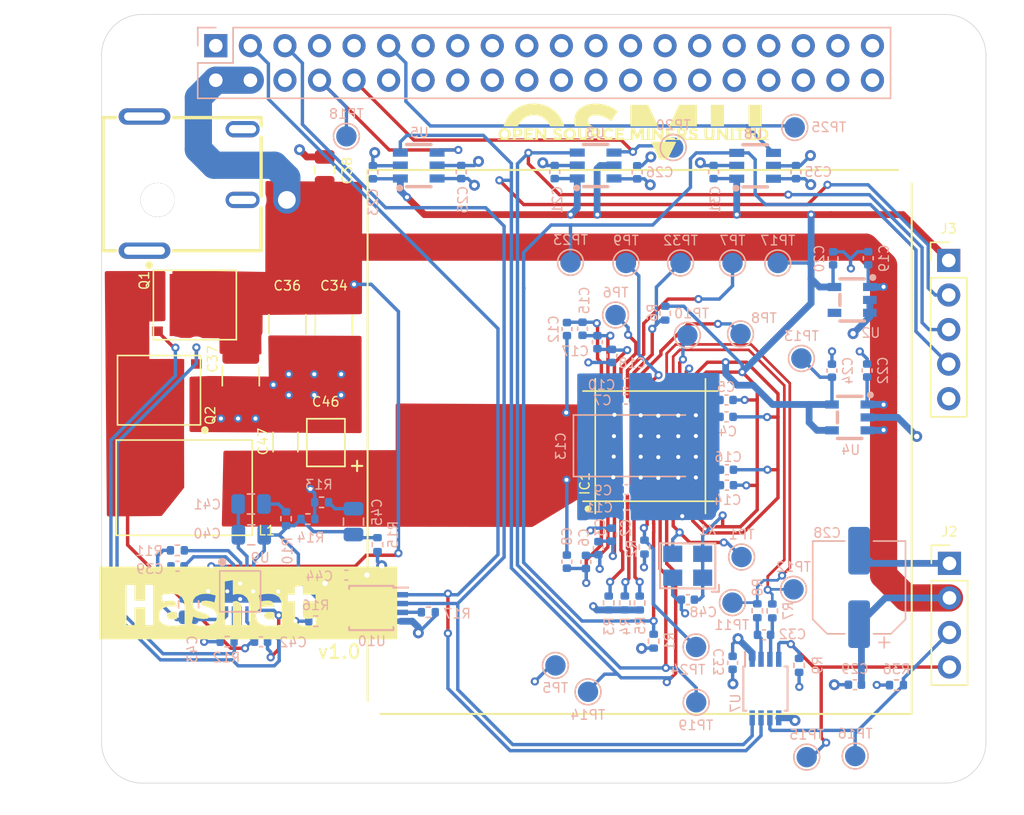
<source format=kicad_pcb>
(kicad_pcb (version 20221018) (generator pcbnew)
  (layers (0 "F.Cu" signal) (1 "In1.Cu" power) (2 "In2.Cu" power) (31 "B.Cu" signal) (34 "B.Paste" user) (35 "F.Paste" user) (36 "B.SilkS" user "B.Silkscreen") (37 "F.SilkS" user "F.Silkscreen") (38 "B.Mask" user) (39 "F.Mask" user) (44 "Edge.Cuts" user))
  (net 0 "")
  (net 1 "GND")
  (net 24 "/Fan/FAN_TACH")
  (net 25 "/Fan/FAN_PWM")
  (net 26 "/Fan/SDA")
  (net 27 "/Fan/SCL")
  (net 28 "/5V")
  (net 29 "/3V3")
  (net 30 "/Power/OUT0")
  (net 31 "/Power/SW")
  (net 32 "/BM1397/VDD")
  (net 33 "/BM1397/1V8")
  (net 34 "Net-(IC1-VDD1_0)")
  (net 35 "Net-(IC1-VDD2_0)")
  (net 36 "/BM1397/0V8")
  (net 37 "Net-(IC1-VDD3_0)")
  (net 38 "Net-(IC1-VDD3_1)")
  (net 39 "Net-(IC1-VDD2_1)")
  (net 40 "Net-(IC1-VDD1_1)")
  (net 41 "Net-(IC1-ADDR0)")
  (net 42 "Net-(IC1-ADDR1)")
  (net 43 "Net-(IC1-ADDR2)")
  (net 45 "Net-(IC1-BI)")
  (net 46 "Net-(IC1-PIN_MODE)")
  (net 47 "/BM1397/TEMP_N")
  (net 48 "/BM1397/TEMP_P")
  (net 51 "Net-(IC1-CLKO)")
  (net 52 "Net-(IC1-CO)")
  (net 53 "Net-(IC1-RI)")
  (net 54 "Net-(IC1-NRSTO)")
  (net 55 "Net-(IC1-BO)")
  (net 56 "/BM1397/CI")
  (net 57 "/BM1397/RO")
  (net 58 "/BM1397/RST_N")
  (net 59 "/Power/PGOOD")
  (net 60 "Net-(Q2-G)")
  (net 61 "/Power/OUT1")
  (net 62 "Net-(U7-DP)")
  (net 63 "Net-(U7-DN)")
  (net 64 "Net-(U9-SS)")
  (net 65 "Net-(U9-COMP)")
  (net 66 "Net-(C41-Pad2)")
  (net 67 "Net-(U9-BOOT)")
  (net 68 "Net-(U9-BP)")
  (net 69 "Net-(C45-Pad1)")
  (net 71 "Net-(Q1-G)")
  (net 72 "Net-(U10-FS0)")
  (net 73 "Net-(U10-FS1)")
  (net 74 "/BM1397/BM_CI")
  (net 75 "/BM1397/BM_RO")
  (net 76 "/BM1397/BM_RST")
  (net 78 "Net-(IC1-CLKI)")
  (footprint "MountingHole:MountingHole_2.2mm_M2" (layer "F.Cu") (at 80.5 108.5)
    (fp_text reference "H3" hide)
    (fp_text value "AlignmentHole")
  )
  (footprint "MountingHole:MountingHole_2.2mm_M2" (layer "F.Cu") (at 138.5 108.5)
    (fp_text reference "H4" hide)
    (fp_text value "AlignmentHole")
  )
  (footprint "MountingHole:MountingHole_2.2mm_M2" (layer "F.Cu") (at 138.5 59)
    (fp_text reference "H2" hide)
    (fp_text value "AlignmentHole")
  )
  (footprint "Connector_PinHeader_2.54mm:PinHeader_1x04_P2.54mm_Vertical" (layer "F.Cu") (at 139.321 95.849)
    (fp_text reference "J2")
    (fp_text value "Conn_01x04")
  )
  (footprint "lcsc:DC-IN-TH_DC-044K-D025" (layer "F.Cu") (at 85.389 67.936)
    (fp_text reference "DC1" hide)
    (fp_text value "DC-044K-D025")
  )
  (footprint "TPS40305_supply:CAP_2R5TPE220MAFB" (layer "F.Cu") (at 93.489 86.971 90)
    (fp_text reference "C46")
    (fp_text value "220uF")
  )
  (footprint "Capacitor_SMD:C_1210_3225Metric" (layer "F.Cu") (at 90.660929 78.280214 -90)
    (fp_text reference "C36")
    (fp_text value "47uF")
  )
  (footprint "TPS40305_supply:CSD17311Q5" (layer "F.Cu") (at 81.223945 83.122678)
    (fp_text reference "Q2")
    (fp_text value "CSD17311Q5")
  )
  (footprint "Capacitor_SMD:C_0805_2012Metric" (layer "F.Cu") (at 93.398 66.926 90)
    (fp_text reference "C38")
    (fp_text value "1uF")
  )
  (footprint "MountingHole:MountingHole_2.2mm_M2" (layer "F.Cu") (at 80.5 59)
    (fp_text reference "H1" hide)
    (fp_text value "AlignmentHole")
  )
  (footprint "Capacitor_SMD:C_1206_3216Metric" (layer "F.Cu") (at 90.519 86.931 90)
    (fp_text reference "C47")
    (fp_text value "100uF")
  )
  (footprint "kibuzzard-64828601" (layer "F.Cu") (at 87.791 98.758)
    (fp_text reference "kibuzzard-64828601" hide)
    (fp_text value "G***" hide)
  )
  (footprint "bitaxe:BM1397" (layer "F.Cu") (at 117.3364 87.234 90)
    (fp_text reference "IC1")
    (fp_text value "BM1397_mode1")
  )
  (footprint "TPS40305_supply:CSD17311Q5" (layer "F.Cu") (at 83.860364 76.858114 180)
    (fp_text reference "Q1")
    (fp_text value "CSD17311Q5")
  )
  (footprint "MountingHole:MountingHole_3.5mm" (layer "F.Cu") (at 137.214 66.305 90)
    (fp_text reference "H5" hide)
    (fp_text value "MountingHole")
  )
  (footprint "Connector_PinHeader_2.54mm:PinHeader_1x05_P2.54mm_Vertical" (layer "F.Cu") (at 139.264 73.585)
    (fp_text reference "J3")
    (fp_text value "Conn_01x05")
  )
  (footprint "LOGO" (layer "F.Cu") (at 116.098 64.286046)
    (fp_text reference "G***" hide)
    (fp_text value "LOGO" hide)
  )
  (footprint "TPS40305_supply:FP1005R1-R15-R" (layer "F.Cu") (at 83.077 90.286)
    (fp_text reference "L1")
    (fp_text value "150nH")
  )
  (footprint "Capacitor_SMD:C_1210_3225Metric" (layer "F.Cu") (at 87.236 82.081 -90)
    (fp_text reference "C37")
    (fp_text value "47uF")
  )
  (footprint "MountingHole:MountingHole_3.5mm" (layer "F.Cu") (at 95.764 107.655 90)
    (fp_text reference "H6" hide)
    (fp_text value "MountingHole")
  )
  (footprint "Capacitor_SMD:C_1210_3225Metric" (layer "F.Cu") (at 94.070929 78.320214 -90)
    (fp_text reference "C34")
    (fp_text value "47uF")
  )
  (footprint "pihat:ESQ-120-14-T-D" (layer "B.Cu") (at 85.4 57.8 -90)
    (fp_text reference "J1" hide)
    (fp_text value "Raspberry_Pi_2_3")
  )
  (footprint "Resistor_SMD:R_0402_1005Metric" (layer "B.Cu") (at 92.168 92.592 180)
    (fp_text reference "R14")
    (fp_text value "4.99k")
  )
  (footprint "lcsc:SOT-23-6_L2.9-W1.6-P0.95-LS2.8-BR" (layer "B.Cu") (at 100.313 66.611 180)
    (fp_text reference "U5")
    (fp_text value "SN74LVC1T45DBVR")
  )
  (footprint "TestPoint:TestPoint_Pad_D1.5mm" (layer "B.Cu") (at 123.376 73.771 180)
    (fp_text reference "TP7")
    (fp_text value "TestPoint")
  )
  (footprint "Capacitor_SMD:C_0402_1005Metric" (layer "B.Cu") (at 115.588 90.424)
    (property "Value" "311-3342-1-ND")
    (fp_text reference "C9")
    (fp_text value "0.1uF")
  )
  (footprint "TestPoint:TestPoint_Pad_D1.5mm" (layer "B.Cu") (at 132.391 110.009 180)
    (fp_text reference "TP16")
    (fp_text value "TestPoint")
  )
  (footprint "Capacitor_SMD:CP_Elec_6.3x7.7" (layer "B.Cu") (at 132.679 97.618 90)
    (fp_text reference "C28")
    (fp_text value "220uF")
  )
  (footprint "Capacitor_SMD:C_0402_1005Metric" (layer "B.Cu") (at 111.2 95.72 90)
    (property "Value" "587-5514-1-ND")
    (fp_text reference "C8")
    (fp_text value "1uF")
  )
  (footprint "Package_SO:TSSOP-8_3x3mm_P0.65mm" (layer "B.Cu") (at 125.796 105.052 -90)
    (fp_text reference "U7")
    (fp_text value "EMC2101-R")
  )
  (footprint "lcsc:SOT-23-5_L3.0-W1.7-P0.95-LS2.8-BR" (layer "B.Cu") (at 132.169 76.487)
    (fp_text reference "U2")
    (fp_text value "LN1134A182MR-G")
  )
  (footprint "Capacitor_SMD:C_0402_1005Metric" (layer "B.Cu") (at 96.944 67.104 90)
    (property "Value" "311-3342-1-ND")
    (fp_text reference "C23")
    (fp_text value "0.1uF")
  )
  (footprint "Capacitor_SMD:C_0402_1005Metric" (layer "B.Cu") (at 110.308 67.089 90)
    (property "Value" "311-3342-1-ND")
    (fp_text reference "C21")
    (fp_text value "0.1uF")
  )
  (footprint "Resistor_SMD:R_0402_1005Metric" (layer "B.Cu") (at 116.905 94.653 90)
    (fp_text reference "R2")
    (fp_text value "1k")
  )
  (footprint "Capacitor_SMD:C_0402_1005Metric" (layer "B.Cu") (at 125.694 101.101)
    (fp_text reference "C32")
    (fp_text value "470pF")
  )
  (footprint "Capacitor_SMD:C_0402_1005Metric" (layer "B.Cu") (at 121.984 67.089 90)
    (property "Value" "311-3342-1-ND")
    (fp_text reference "C31")
    (fp_text value "0.1uF")
  )
  (footprint "Resistor_SMD:R_0402_1005Metric" (layer "B.Cu") (at 90.562582 92.5646 -90)
    (fp_text reference "R10")
    (fp_text value "3.83k")
  )
  (footprint "TestPoint:TestPoint_Pad_D1.5mm" (layer "B.Cu") (at 120.056 79.089 180)
    (fp_text reference "TP10")
    (fp_text value "TestPoint")
  )
  (footprint "TPS40305_supply:TPS40305" (layer "B.Cu") (at 87.189691 97.9032 -90)
    (fp_text reference "U9")
    (fp_text value "TPS40305")
  )
  (footprint "lcsc:OSC-SMD_4P-L3.2-W2.5-BL" (layer "B.Cu") (at 120.082 96.023 180)
    (fp_text reference "X1")
    (fp_text value "OT322525MJBA4SL")
  )
  (footprint "Resistor_SMD:R_0402_1005Metric" (layer "B.Cu") (at 92.742 100.099 180)
    (fp_text reference "R16")
    (fp_text value "80k")
  )
  (footprint "TestPoint:TestPoint_Pad_D1.5mm" (layer "B.Cu") (at 110.36 103.35 180)
    (fp_text reference "TP5")
    (fp_text value "TestPoint")
  )
  (footprint "Package_SO:TSSOP-8_3x3mm_P0.65mm" (layer "B.Cu") (at 96.827 99.128 180)
    (fp_text reference "U10")
    (fp_text value "DS4432U+")
  )
  (footprint "Resistor_SMD:R_0402_1005Metric" (layer "B.Cu") (at 116.554 98.761 90)
    (fp_text reference "R5")
    (fp_text value "0")
  )
  (footprint "TestPoint:TestPoint_Pad_D1.5mm" (layer "B.Cu") (at 127.949 63.808 180)
    (fp_text reference "TP25")
    (fp_text value "TestPoint")
  )
  (footprint "Capacitor_SMD:C_0402_1005Metric" (layer "B.Cu") (at 94.989 96.715)
    (fp_text reference "C44")
    (fp_text value "1uF")
  )
  (footprint "lcsc:SOT-23-6_L2.9-W1.6-P0.95-LS2.8-BR" (layer "B.Cu") (at 125.036 66.63 180)
    (fp_text reference "U8")
    (fp_text value "SN74LVC1T45DBVR")
  )
  (footprint "Resistor_SMD:R_0402_1005Metric" (layer "B.Cu") (at 126.3 99.344 90)
    (fp_text reference "R7")
    (fp_text value "100")
  )
  (footprint "TestPoint:TestPoint_Pad_D1.5mm" (layer "B.Cu") (at 119.556 73.771 180)
    (fp_text reference "TP32")
    (fp_text value "TestPoint")
  )
  (footprint "Resistor_SMD:R_0402_1005Metric" (layer "B.Cu") (at 115.463 98.757 90)
    (fp_text reference "R4")
    (fp_text value "0")
  )
  (footprint "TestPoint:TestPoint_Pad_D1.5mm" (layer "B.Cu") (at 127.86 97.758 180)
    (fp_text reference "TP12")
    (fp_text value "TestPoint")
  )
  (footprint "Capacitor_SMD:C_0402_1005Metric" (layer "B.Cu") (at 115.558 83.784)
    (property "Value" "311-3342-1-ND")
    (fp_text reference "C7")
    (fp_text value "0.1uF")
  )
  (footprint "Capacitor_SMD:C_0402_1005Metric" (layer "B.Cu") (at 82.586 96.062 180)
    (fp_text reference "C39")
    (fp_text value "3.3nF")
  )
  (footprint "Capacitor_SMD:C_0805_2012Metric" (layer "B.Cu") (at 87.985982 91.4868)
    (fp_text reference "C41")
    (fp_text value "1.5nF")
  )
  (footprint "Capacitor_SMD:C_0402_1005Metric" (layer "B.Cu") (at 133.351 73.422 90)
    (fp_text reference "C19")
    (fp_text value "1uF")
  )
  (footprint "Capacitor_SMD:C_0402_1005Metric" (layer "B.Cu") (at 130.684 81.686 90)
    (fp_text reference "C24")
    (fp_text value "1uF")
  )
  (footprint "TestPoint:TestPoint_Pad_D1.5mm" (layer "B.Cu") (at 124.042 95.383 180)
    (fp_text reference "TP1")
    (fp_text value "TestPoint")
  )
  (footprint "Capacitor_SMD:C_0402_1005Metric" (layer "B.Cu") (at 88.721582 101.609 180)
    (fp_text reference "C42")
    (fp_text value "0.1uF")
  )
  (footprint "TestPoint:TestPoint_Pad_D1.5mm" (layer "B.Cu") (at 128.438 80.789 180)
    (fp_text reference "TP13")
    (fp_text value "TestPoint")
  )
  (footprint "Capacitor_SMD:C_0402_1005Metric" (layer "B.Cu") (at 122.932 83.839 180)
    (property "Value" "587-5514-1-ND")
    (fp_text reference "C5")
    (fp_text value "1uF")
  )
  (footprint "Resistor_SMD:R_0402_1005Metric" (layer "B.Cu") (at 86.231182 101.6044 180)
    (fp_text reference "R12")
    (fp_text value "4.12k")
  )
  (footprint "Resistor_SMD:R_0402_1005Metric" (layer "B.Cu") (at 114.276 98.761 90)
    (fp_text reference "R3")
    (fp_text value "0")
  )
  (footprint "TestPoint:TestPoint_Pad_D1.5mm" (layer "B.Cu") (at 111.467 73.728 180)
    (fp_text reference "TP23")
    (fp_text value "TestPoint")
  )
  (footprint "Capacitor_SMD:C_0402_1005Metric" (layer "B.Cu") (at 132.37119 104.767 180)
    (property "Value" "311-3342-1-ND")
    (fp_text reference "C29")
    (fp_text value "0.1uF")
  )
  (footprint "Capacitor_SMD:C_0402_1005Metric" (layer "B.Cu") (at 112.352 78.606 -90)
    (property "Value" "587-5514-1-ND")
    (fp_text reference "C15")
    (fp_text value "1uF")
  )
  (footprint "Capacitor_SMD:C_0402_1005Metric" (layer "B.Cu") (at 113.443 79.593 -90)
    (property "Value" "587-5514-1-ND")
    (fp_text reference "C17")
    (fp_text value "1uF")
  )
  (footprint "TestPoint:TestPoint_Pad_D1.5mm" (layer "B.Cu") (at 115.543 73.771 180)
    (fp_text reference "TP9")
    (fp_text value "TestPoint")
  )
  (footprint "Capacitor_SMD:C_0402_1005Metric" (layer "B.Cu") (at 122.965 88.967 180)
    (property "Value" "587-5514-1-ND")
    (fp_text reference "C16")
    (fp_text value "1uF")
  )
  (footprint "Resistor_SMD:R_0402_1005Metric" (layer "B.Cu") (at 135.42719 104.794 180)
    (fp_text reference "R36")
    (fp_text value "5.6k")
  )
  (footprint "Capacitor_SMD:C_0402_1005Metric" (layer "B.Cu") (at 114.513 80.603 -90)
    (property "Value" "587-5514-1-ND")
    (fp_text reference "C18")
    (fp_text value "1uF")
  )
  (footprint "Capacitor_SMD:C_0402_1005Metric" (layer "B.Cu") (at 128.039 67.094 90)
    (property "Value" "311-3342-1-ND")
    (fp_text reference "C35")
    (fp_text value "0.1uF")
  )
  (footprint "TestPoint:TestPoint_Pad_D1.5mm" (layer "B.Cu") (at 94.998 64.461 180)
    (fp_text reference "TP18")
    (fp_text value "TestPoint")
  )
  (footprint "TestPoint:TestPoint_Pad_D1.5mm" (layer "B.Cu") (at 123.964 78.99 180)
    (fp_text reference "TP8")
    (fp_text value "TestPoint")
  )
  (footprint "Resistor_SMD:R_0402_1005Metric" (layer "B.Cu") (at 93.177 91.3616)
    (fp_text reference "R13")
    (fp_text value "1.33k")
  )
  (footprint "Capacitor_SMD:C_0402_1005Metric" (layer "B.Cu") (at 120.094 98.515)
    (property "Value" "311-3342-1-ND")
    (fp_text reference "C48")
    (fp_text value "0.1uF")
  )
  (footprint "TestPoint:TestPoint_Pad_D1.5mm" (layer "B.Cu") (at 120.706 106.057 180)
    (fp_text reference "TP19")
    (fp_text value "TestPoint")
  )
  (footprint "Capacitor_SMD:C_0402_1005Metric" (layer "B.Cu") (at 123.384 103.155 -90)
    (property "Value" "311-3342-1-ND")
    (fp_text reference "C33")
    (fp_text value "0.1uF")
  )
  (footprint "TestPoint:TestPoint_Pad_D1.5mm" (layer "B.Cu") (at 128.829 110.088 180)
    (fp_text reference "TP15")
    (fp_text value "TestPoint")
  )
  (footprint "lcsc:SOT-23-5_L3.0-W1.7-P0.95-LS2.8-BR" (layer "B.Cu") (at 131.988 85.121)
    (fp_text reference "U4")
    (fp_text value "SGM2036-ADJYN5G/TR")
  )
  (footprint "Capacitor_SMD:C_0402_1005Metric" (layer "B.Cu") (at 122.965 90.103 180)
    (property "Value" "587-5514-1-ND")
    (fp_text reference "C14")
    (fp_text value "1uF")
  )
  (footprint "Capacitor_SMD:C_0402_1005Metric" (layer "B.Cu") (at 115.568 82.608)
    (property "Value" "587-5514-1-ND")
    (fp_text reference "C10")
    (fp_text value "1uF")
  )
  (footprint "TestPoint:TestPoint_Pad_D1.5mm" (layer "B.Cu") (at 112.755 105.289 180)
    (fp_text reference "TP14")
    (fp_text value "TestPoint")
  )
  (footprint "Resistor_SMD:R_0402_1005Metric" (layer "B.Cu") (at 82.574382 94.891 180)
    (fp_text reference "R11")
    (fp_text value "100k")
  )
  (footprint "Resistor_SMD:R_0402_1005Metric" (layer "B.Cu") (at 118.425 77.46 90)
    (fp_text reference "R6")
    (fp_text value "10k")
  )
  (footprint "Capacitor_SMD:C_0402_1005Metric" (layer "B.Cu") (at 122.935 85.08 180)
    (property "Value" "587-5514-1-ND")
    (fp_text reference "C4")
    (fp_text value "1uF")
  )
  (footprint "Capacitor_SMD:C_0402_1005Metric" (layer "B.Cu") (at 115.605 91.566)
    (property "Value" "587-5514-1-ND")
    (fp_text reference "C11")
    (fp_text value "1uF")
  )
  (footprint "Capacitor_SMD:C_0402_1005Metric" (layer "B.Cu") (at 112.6 95.744 -90)
    (property "Value" "587-5514-1-ND")
    (fp_text reference "C6")
    (fp_text value "1uF")
  )
  (footprint "Capacitor_SMD:C_0402_1005Metric" (layer "B.Cu") (at 116.368 67.107 90)
    (property "Value" "311-3342-1-ND")
    (fp_text reference "C26")
    (fp_text value "0.1uF")
  )
  (footprint "Capacitor_Tantalum_SMD:CP_EIA-7343-31_Kemet-D_Pad2.25x2.55mm_HandSolder" (layer "B.Cu") (at 116.269 87.206)
    (fp_text reference "C13")
    (fp_text value "330uF")
  )
  (footprint "Capacitor_SMD:C_0402_1005Metric" (layer "B.Cu") (at 130.766 73.429 90)
    (fp_text reference "C20")
    (fp_text value "2.2uF")
  )
  (footprint "Resistor_SMD:R_0402_1005Metric" (layer "B.Cu") (at 97.283 94.469 -90)
    (fp_text reference "R15")
    (fp_text value "3.32k")
  )
  (footprint "TestPoint:TestPoint_Pad_D1.5mm" (layer "B.Cu") (at 120.697 101.994 180)
    (fp_text reference "TP24")
    (fp_text value "TestPoint")
  )
  (footprint "Resistor_SMD:R_0402_1005Metric" (layer "B.Cu") (at 125.196 99.332 -90)
    (fp_text reference "R8")
    (fp_text value "100")
  )
  (footprint "Capacitor_SMD:C_0402_1005Metric" (layer "B.Cu") (at 114.484 93.74 -90)
    (property "Value" "587-5514-1-ND")
    (fp_text reference "C2")
    (fp_text value "1uF")
  )
  (footprint "Capacitor_SMD:C_0402_1005Metric" (layer "B.Cu") (at 113.518 94.73 -90)
    (property "Value" "587-5514-1-ND")
    (fp_text reference "C3")
    (fp_text value "1uF")
  )
  (footprint "Capacitor_SMD:C_0402_1005Metric" (layer "B.Cu") (at 103.438 67.089 90)
    (property "Value" "311-3342-1-ND")
    (fp_text reference "C25")
    (fp_text value "0.1uF")
  )
  (footprint "Capacitor_SMD:C_0805_2012Metric" (layer "B.Cu") (at 95.518 92.782 -90)
    (fp_text reference "C45")
    (fp_text value "470pF")
  )
  (footprint "Resistor_SMD:R_0402_1005Metric" (layer "B.Cu") (at 128.27 103.345 -90)
    (fp_text reference "R9")
    (fp_text value "10k")
  )
  (footprint "Resistor_SMD:R_0402_1005Metric" (layer "B.Cu") (at 101.019 99.442)
    (fp_text reference "R17")
    (fp_text value "DNP")
  )
  (footprint "Capacitor_SMD:C_0805_2012Metric" (layer "B.Cu") (at 88.008382 93.749)
    (fp_text reference "C40")
    (fp_text value "180pF")
  )
  (footprint "lcsc:SOT-23-6_L2.9-W1.6-P0.95-LS2.8-BR" (layer "B.Cu") (at 113.314 66.608 180)
    (fp_text reference "U3")
    (fp_text value "SN74LVC1T45DBVR")
  )
  (footprint "Resistor_SMD:R_0402_1005Metric" (layer "B.Cu") (at 117.579 101.567 90)
    (fp_text reference "R1")
    (fp_text value "1k")
  )
  (footprint "Capacitor_SMD:C_0402_1005Metric" (layer "B.Cu") (at 111.207 78.629 90)
    (property "Value" "587-5514-1-ND")
    (fp_text reference "C12")
    (fp_text value "1uF")
  )
  (footprint "TestPoint:TestPoint_Pad_D1.5mm" (layer "B.Cu") (at 126.705 73.771 180)
    (fp_text reference "TP17")
    (fp_text value "TestPoint")
  )
  (footprint "Capacitor_SMD:C_0402_1005Metric" (layer "B.Cu") (at 133.269 81.671 90)
    (fp_text reference "C22")
    (fp_text value "1uF")
  )
  (footprint "TestPoint:TestPoint_Pad_D1.5mm" (layer "B.Cu") (at 119.016 65.286 180)
    (fp_text reference "TP20")
    (fp_text value "TestPoint")
  )
  (footprint "Capacitor_SMD:C_0805_2012Metric" (layer "B.Cu") (at 83.397 98.858 90)
    (fp_text reference "C43")
    (fp_text value "10uF")
  )
  (footprint "TestPoint:TestPoint_Pad_D1.5mm" (layer "B.Cu") (at 123.371 98.734 180)
    (fp_text reference "TP11")
    (fp_text value "TestPoint")
  )
  (footprint "TestPoint:TestPoint_Pad_D1.5mm" (layer "B.Cu") (at 114.78 77.596 180)
    (fp_text reference "TP6")
    (fp_text value "TestPoint")
  )
  (gr_rect locked (start 96.554 66.935) (end 136.544 106.915) (stroke (width 0.15)) (fill none) (layer "F.SilkS"))
  (gr_line (start 81 112) (end 139 112) (stroke (width 0.05)) (layer "Edge.Cuts"))
  (gr_line (start 81 55.5) (end 139 55.5) (stroke (width 0.05)) (layer "Edge.Cuts"))
  (gr_arc (start 139 55.5) (mid 141.12132 56.37868) (end 142 58.5) (stroke (width 0.05)) (layer "Edge.Cuts"))
  (gr_arc (start 77 58.5) (mid 77.87868 56.37868) (end 80 55.5) (stroke (width 0.05)) (layer "Edge.Cuts"))
  (gr_line (start 77 109) (end 77 58.5) (stroke (width 0.05)) (layer "Edge.Cuts"))
  (gr_line (start 142 109) (end 142 58.5) (stroke (width 0.05)) (layer "Edge.Cuts"))
  (gr_line (start 80 112) (end 81 112) (stroke (width 0.05)) (layer "Edge.Cuts"))
  (gr_line (start 80 55.5) (end 81 55.5) (stroke (width 0.05)) (layer "Edge.Cuts"))
  (gr_arc (start 142 109) (mid 141.12132 111.12132) (end 139 112) (stroke (width 0.05)) (layer "Edge.Cuts"))
  (gr_arc (start 80 112) (mid 77.87868 111.12132) (end 77 109) (stroke (width 0.05)) (layer "Edge.Cuts"))
  (gr_text "v1.0" (at 92.797 102.922) (layer "F.SilkS") (effects (font (size 1 1)) (justify left bottom)))
  (segment (start 93.398 65.976) (end 92.085 65.976) (width 0.5) (layer "F.Cu") (net 1))
  (segment (start 119.9764 81.742026) (end 119.9764 83.2994) (width 0.25) (layer "F.Cu") (net 1))
  (segment (start 92.085 65.976) (end 91.554 65.445) (width 0.5) (layer "F.Cu") (net 1))
  (segment (start 120.188381 81.530045) (end 119.9764 81.742026) (width 0.25) (layer "F.Cu") (net 1))
  (segment (start 119.4964 91.1686) (end 119.4964 92.1944) (width 0.25) (layer "F.Cu") (net 1))
  (segment (start 119.4964 92.1944) (end 119.681 92.379) (width 0.25) (layer "F.Cu") (net 1))
  (via (at 108.847 104.527) (size 0.6) (drill 0.3) (layers "F.Cu" "B.Cu") (net 1))
  (via (at 90.763745 81.944278) (size 0.6) (drill 0.3) (layers "F.Cu" "B.Cu") (net 1))
  (via (at 120.682 86.488333) (size 0.6) (drill 0.3) (layers "F.Cu" "B.Cu") (net 1))
  (via (at 119.89 99.518) (size 0.6) (drill 0.3) (layers "F.Cu" "B.Cu") (net 1))
  (via (at 116.69 102.096) (size 0.8) (drill 0.4) (layers "F.Cu" "B.Cu") (net 1))
  (via (at 136.915 86.521) (size 0.8) (drill 0.4) (layers "F.Cu" "B.Cu") (net 1))
  (via (at 117.921 89.571) (size 0.6) (drill 0.3) (layers "F.Cu" "B.Cu") (net 1))
  (via (at 97.081 65.656) (size 0.8) (drill 0.4) (layers "F.Cu" "B.Cu") (net 1))
  (via (at 112.779 81.082) (size 0.6) (drill 0.3) (layers "F.Cu" "B.Cu") (net 1))
  (via (at 119.388 88.029666) (size 0.6) (drill 0.3) (layers "F.Cu" "B.Cu") (net 1))
  (via (at 129.104 65.873) (size 0.8) (drill 0.4) (layers "F.Cu" "B.Cu") (net 1))
  (via (at 123.404 104.7) (size 0.8) (drill 0.4) (layers "F.Cu" "B.Cu") (net 1))
  (via (at 117.371 65.973) (size 0.8) (drill 0.4) (layers "F.Cu" "B.Cu") (net 1))
  (via (at 119.388 84.981) (size 0.6) (drill 0.3) (layers "F.Cu" "B.Cu") (net 1))
  (via (at 88.314 85.204) (size 0.6) (drill 0.3) (layers "F.Cu" "B.Cu") (net 1))
  (via (at 96.506 96.706) (size 0.8) (drill 0.4) (layers "F.Cu" "B.Cu") (net 1))
  (via (at 121.01 66.4045) (size 0.8) (drill 0.4) (layers "F.Cu" "B.Cu") (net 1))
  (via (at 120.682 89.537) (size 0.6) (drill 0.3) (layers "F.Cu" "B.Cu") (net 1))
  (via (at 92.633745 83.484278) (size 0.6) (drill 0.3) (layers "F.Cu" "B.Cu") (net 1))
  (via (at 117.921 84.998) (size 0.6) (drill 0.3) (layers "F.Cu" "B.Cu") (net 1))
  (via (at 119.388 86.505333) (size 0.6) (drill 0.3) (layers "F.Cu" "B.Cu") (net 1))
  (via (at 87.036 85.204) (size 0.6) (drill 0.3) (layers "F.Cu" "B.Cu") (net 1))
  (via (at 132.235 78.965) (size 0.8) (drill 0.4) (layers "F.Cu" "B.Cu") (net 1))
  (via (at 84.540782 101.6124) (size 0.6) (drill 0.3) (layers "F.Cu" "B.Cu") (net 1))
  (via (at 91.554 65.445) (size 0.8) (drill 0.4) (layers "F.Cu" "B.Cu") (net 1))
  (via (at 104.707 66.307) (size 0.8) (drill 0.4) (layers "F.Cu" "B.Cu") (net 1))
  (via (at 119.388 89.554) (size 0.6) (drill 0.3) (layers "F.Cu" "B.Cu") (net 1))
  (via (at 94.613745 83.484278) (size 0.6) (drill 0.3) (layers "F.Cu" "B.Cu") (net 1))
  (via (at 116.87 96.134) (size 0.6) (drill 0.3) (layers "F.Cu" "B.Cu") (net 1))
  (via (at 89.990782 97.9124) (size 0.6) (drill 0.3) (layers "F.Cu" "B.Cu") (net 1))
  (via (at 120.682 88.012666) (size 0.6) (drill 0.3) (layers "F.Cu" "B.Cu") (net 1))
  (via (at 116.627 86.488333) (size 0.6) (drill 0.3) (layers "F.Cu" "B.Cu") (net 1))
  (via (at 100.285 100.956) (size 0.8) (drill 0.4) (layers "F.Cu" "B.Cu") (net 1))
  (via (at 116.627 84.964) (size 0.6) (drill 0.3) (layers "F.Cu" "B.Cu") (net 1))
  (via (at 116.627 88.012666) (size 0.6) (drill 0.3) (layers "F.Cu" "B.Cu") (net 1))
  (via (at 130.857 104.767) (size 0.8) (drill 0.4) (layers "F.Cu" "B.Cu") (net 1))
  (via (at 117.921 86.522333) (size 0.6) (drill 0.3) (layers "F.Cu" "B.Cu") (net 1))
  (via (at 97.591 96.021) (size 0.8) (drill 0.4) (layers "F.Cu" "B.Cu") (net 1))
  (via (at 113.137 99.001) (size 0.6) (drill 0.3) (layers "F.Cu" "B.Cu") (net 1))
  (via (at 112.931 93.43) (size 0.6) (drill 0.3) (layers "F.Cu" "B.Cu") (net 1))
  (via (at 127.967 107.4005) (size 0.8) (drill 0.4) (layers "F.Cu" "B.Cu") (net 1))
  (via (at 116.627 89.537) (size 0.6) (drill 0.3) (layers "F.Cu" "B.Cu") (net 1))
  (via (at 92.633745 81.944278) (size 0.6) (drill 0.3) (layers "F.Cu" "B.Cu") (net 1))
  (via (at 132.728 80.275) (size 0.6) (drill 0.3) (layers "F.Cu" "B.Cu") (net 1))
  (via (at 109.43 66.407) (size 0.8) (drill 0.4) (layers "F.Cu" "B.Cu") (net 1))
  (via (at 90.763745 83.484278) (size 0.6) (drill 0.3) (layers "F.Cu" "B.Cu") (net 1))
  (via (at 132.075 74.176) (size 0.6) (drill 0.3) (layers "F.Cu" "B.Cu") (net 1))
  (via (at 89.63 82.723) (size 0.6) (drill 0.3) (layers "F.Cu" "B.Cu") (net 1))
  (via (at 91.249 100.085) (size 0.6) (drill 0.3) (layers "F.Cu" "B.Cu") (net 1))
  (via (at 119.681 92.379) (size 0.6) (drill 0.3) (layers "F.Cu" "B.Cu") (net 1))
  (via (at 120.682 84.964) (size 0.6) (drill 0.3) (layers "F.Cu" "B.Cu") (net 1))
  (via (at 117.921 88.046666) (size 0.6) (drill 0.3) (layers "F.Cu" "B.Cu") (net 1))
  (via (at 94.613745 81.944278) (size 0.6) (drill 0.3) (layers "F.Cu" "B.Cu") (net 1))
  (via (at 130.688 80.267) (size 0.6) (drill 0.3) (layers "F.Cu" "B.Cu") (net 1))
  (via (at 120.188381 81.530045) (size 0.6) (drill 0.3) (layers "F.Cu" "B.Cu") (net 1))
  (via (at 84.837 97.888) (size 0.6) (drill 0.3) (layers "F.Cu" "B.Cu") (net 1))
  (via (at 85.776 85.204) (size 0.6) (drill 0.3) (layers "F.Cu" "B.Cu") (net 1))
  (segment (start 97.283 94.979) (end 97.283 95.713) (width 0.25) (layer "B.Cu") (net 1))
  (segment (start 126.771 107.202) (end 127.7685 107.202) (width 0.5) (layer "B.Cu") (net 1))
  (segment (start 91.263 100.099) (end 91.249 100.085) (width 0.25) (layer "B.Cu") (net 1))
  (segment (start 117.068 90.424) (end 117.921 89.571) (width 0.25) (layer "B.Cu") (net 1))
  (segment (start 115.467 99.271) (end 115.463 99.267) (width 0.5) (layer "B.Cu") (net 1))
  (segment (start 133.469 76.487) (end 133.469 77.437) (width 0.5) (layer "B.Cu") (net 1))
  (segment (start 95.469 96.715) (end 96.497 96.715) (width 0.25) (layer "B.Cu") (net 1))
  (segment (start 100.285 100.539) (end 100.285 100.956) (width 0.5) (layer "B.Cu") (net 1))
  (segment (start 121.984 66.609) (end 121.2145 66.609) (width 0.25) (layer "B.Cu") (net 1))
  (segment (start 119.614 98.515) (end 119.614 99.242) (width 0.25) (layer "B.Cu") (net 1))
  (segment (start 123.665 66.609) (end 123.686 66.63) (width 0.25) (layer "B.Cu") (net 1))
  (segment (start 121.984 66.609) (end 123.665 66.609) (width 0.25) (layer "B.Cu") (net 1))
  (segment (start 116.905 95.163) (end 116.905 96.099) (width 0.25) (layer "B.Cu") (net 1))
  (segment (start 123.384 104.68) (end 123.404 104.7) (width 0.25) (layer "B.Cu") (net 1))
  (segment (start 113.407 99.271) (end 113.137 99.001) (width 0.5) (layer "B.Cu") (net 1))
  (segment (start 116.554 99.271) (end 115.467 99.271) (width 0.5) (layer "B.Cu") (net 1))
  (segment (start 96.944 66.624) (end 98.95 66.624) (width 0.25) (layer "B.Cu") (net 1))
  (segment (start 110.36 103.35) (end 110.024 103.35) (width 0.25) (layer "B.Cu") (net 1))
  (segment (start 82.458 97.888) (end 83.846 97.888) (width 0.25) (layer "B.Cu") (net 1))
  (segment (start 133.269 80.816) (end 132.728 80.275) (width 0.25) (layer "B.Cu") (net 1))
  (segment (start 115.463 99.267) (end 114.28 99.267) (width 0.5) (layer "B.Cu") (net 1))
  (segment (start 117.579 102.077) (end 116.709 102.077) (width 0.25) (layer "B.Cu") (net 1))
  (segment (start 114.484 93.26) (end 113.101 93.26) (width 0.25) (layer "B.Cu") (net 1))
  (segment (start 123.384 103.635) (end 123.384 104.68) (width 0.25) (layer "B.Cu") (net 1))
  (segment (start 133.469 77.731) (end 133.469 77.437) (width 0.5) (layer "B.Cu") (net 1))
  (segment (start 119.319 98.515) (end 118.982 98.178) (width 0.25) (layer "B.Cu") (net 1))
  (segment (start 116.368 66.627) (end 116.717 66.627) (width 0.25) (layer "B.Cu") (net 1))
  (segment (start 126.386 66.63) (end 128.023 66.63) (width 0.25) (layer "B.Cu") (net 1))
  (segment (start 135.515 85.121) (end 136.915 86.521) (width 0.5) (layer "B.Cu") (net 1))
  (segment (start 114.513 81.083) (end 112.78 81.083) (width 0.25) (layer "B.Cu") (net 1))
  (segment (start 101.529 99.442) (end 101.529 99.712) (width 0.25) (layer "B.Cu") (net 1))
  (segment (start 111.963 66.609) (end 111.964 66.608) (width 0.25) (layer "B.Cu") (net 1))
  (segment (start 128.363 66.614) (end 129.104 65.873) (width 0.25) (layer "B.Cu") (net 1))
  (segment (start 116.905 96.099) (end 116.87 96.134) (width 0.25) (layer "B.Cu") (net 1))
  (segment (start 139.321 95.849) (end 133.61 95.849) (width 0.5) (layer "B.Cu") (net 1))
  (segment (start 133.269 81.191) (end 133.269 80.816) (width 0.25) (layer "B.Cu") (net 1))
  (segment (start 128.039 66.614) (end 128.363 66.614) (width 0.25) (layer "B.Cu") (net 1))
  (segment (start 99.849 100.103) (end 100.039 100.293) (width 0.5) (layer "B.Cu") (net 1))
  (segment (start 100.039 100.293) (end 100.285 100.539) (width 0.5) (layer "B.Cu") (net 1))
  (segment (start 130.684 80.271) (end 130.688 80.267) (width 0.25) (layer "B.Cu") (net 1))
  (segment (start 133.61 95.849) (end 132.679 94.918) (width 0.5) (layer "B.Cu") (net 1))
  (segment (start 130.766 72.949) (end 131.534 72.949) (width 0.25) (layer "B.Cu") (net 1))
  (segment (start 112.78 81.083) (end 112.779 81.082) (width 0.25) (layer "B.Cu") (net 1))
  (segment (start 130.684 81.206) (end 130.684 80.271) (width 0.25) (layer "B.Cu") (net 1))
  (segment (start 119.614 99.242) (end 119.89 99.518) (width 0.25) (layer "B.Cu") (net 1))
  (segment (start 92.232 100.099) (end 91.263 100.099) (width 0.25) (layer "B.Cu") (net 1))
  (segment (start 132.051 73.466) (end 132.051 74.152) (width 0.25) (layer "B.Cu") (net 1))
  (segment (start 131.534 72.949) (end 132.051 73.466) (width 0.25) (layer "B.Cu") (net 1))
  (segment (start 85.721182 101.6044) (end 84.548782 101.6044) (width 0.254) (layer "B.Cu") (net 1))
  (segment (start 98.977 100.103) (end 99.849 100.103) (width 0.5) (layer "B.Cu") (net 1))
  (segment (start 128.023 66.63) (end 128.039 66.614) (width 0.25) (layer "B.Cu") (net 1))
  (segment (start 101.529 99.712) (end 100.285 100.956) (width 0.25) (layer "B.Cu") (net 1))
  (segment (start 96.944 66.624) (end 96.944 65.793) (width 0.25) (layer "B.Cu") (net 1))
  (segment (start 84.548782 101.6044) (end 84.540782 101.6124) (width 0.254) (layer "B.Cu") (net 1))
  (segment (start 114.276 99.271) (end 113.407 99.271) (width 0.5) (layer "B.Cu") (net 1))
  (segment (start 103.438 66.609) (end 101.665 66.609) (width 0.25) (layer "B.Cu") (net 1))
  (segment (start 119.614 98.515) (end 119.319 98.515) (width 0.25) (layer "B.Cu") (net 1))
  (segment (start 132.235 78.965) (end 133.469 77.731) (width 0.5) (layer "B.Cu") (net 1))
  (segment (start 82.106 97.536) (end 82.458 97.888) (width 0.25) (layer "B.Cu") (net 1))
  (segment (start 133.288 85.121) (end 135.515 85.121) (width 0.5) (layer "B.Cu") (net 1))
  (segment (start 121.2145 66.609) (end 121.01 66.4045) (width 0.25) (layer "B.Cu") (net 1))
  (segment (start 110.308 66.609) (end 111.963 66.609) (width 0.25) (layer "B.Cu") (net 1))
  (segment (start 109.632 66.609) (end 109.43 66.407) (width 0.25) (layer "B.Cu") (net 1))
  (segment (start 118.982 98.178) (end 118.982 96.903) (width 0.25) (layer "B.Cu") (net 1))
  (segment (start 132.051 74.152) (end 132.075 74.176) (width 0.25) (layer "B.Cu") (net 1))
  (segment (start 116.709 102.077) (end 116.69 102.096) (width 0.25) (layer "B.Cu") (net 1))
  (segment (start 132.575 72.942) (end 132.051 73.466) (width 0.25) (layer "B.Cu") (net 1))
  (segment (start 83.846 97.888) (end 83.849 97.891) (width 0.25) (layer "B.Cu") (net 1))
  (segment (start 114.28 99.267) (end 114.276 99.271) (width 0.5) (layer "B.Cu") (net 1))
  (segment (start 113.101 93.26) (end 112.931 93.43) (width 0.25) (layer "B.Cu") (net 1))
  (segment (start 127.7685 107.202) (end 127.967 107.4005) (width 0.5) (layer "B.Cu") (net 1))
  (segment (start 133.351 72.942) (end 132.575 72.942) (width 0.25) (layer "B.Cu") (net 1))
  (segment (start 82.106 96.062) (end 82.106 97.536) (width 0.25) (layer "B.Cu") (net 1))
  (segment (start 110.024 103.35) (end 108.847 104.527) (width 0.25) (layer "B.Cu") (net 1))
  (segment (start 104.405 66.609) (end 104.707 66.307) (width 0.25) (layer "B.Cu") (net 1))
  (segment (start 97.283 95.713) (end 97.591 96.021) (width 0.25) (layer "B.Cu") (net 1))
  (segment (start 101.665 66.609) (end 101.663 66.611) (width 0.25) (layer "B.Cu") (net 1))
  (segment (start 116.068 90.424) (end 117.068 90.424) (width 0.25) (layer "B.Cu") (net 1))
  (segment (start 96.497 96.715) (end 96.506 96.706) (width 0.25) (layer "B.Cu") (net 1))
  (segment (start 98.95 66.624) (end 98.963 66.611) (width 0.25) (layer "B.Cu") (net 1))
  (segment (start 103.438 66.609) (end 104.405 66.609) (width 0.25) (layer "B.Cu") (net 1))
  (segment (start 131.89119 104.767) (end 130.857 104.767) (width 0.25) (layer "B.Cu") (net 1))
  (segment (start 96.944 65.793) (end 97.081 65.656) (width 0.25) (layer "B.Cu") (net 1))
  (segment (start 110.308 66.609) (end 109.632 66.609) (width 0.25) (layer "B.Cu") (net 1))
  (segment (start 116.717 66.627) (end 117.371 65.973) (width 0.25) (layer "B.Cu") (net 1))
  (segment (start 126.223 108.125) (end 126.121 108.023) (width 0.25) (layer "B.Cu") (net 24))
  (segment (start 132.391 110.009) (end 132.391 108.34019) (width 0.25) (layer "B.Cu") (net 24))
  (segment (start 135.93719 104.31281) (end 135.93719 104.794) (width 0.25) (layer "B.Cu") (net 24))
  (segment (start 126.121 108.023) (end 126.121 107.202) (width 0.25) (layer "B.Cu") (net 24))
  (segment (start 139.321 100.929) (end 135.93719 104.31281) (width 0.25) (layer "B.Cu") (net 24))
  (segment (start 132.60619 108.125) (end 126.223 108.125) (width 0.25) (layer "B.Cu") (net 24))
  (segment (start 132.391 108.34019) (end 132.60619 108.125) (width 0.25) (layer "B.Cu") (net 24))
  (segment (start 135.93719 104.794) (end 132.60619 108.125) (width 0.25) (layer "B.Cu") (net 24))
  (segment (start 139.321 103.469) (end 129.893 103.469) (width 0.25) (layer "F.Cu") (net 25))
  (segment (start 129.347 103.469) (end 127.661 101.783) (width 0.25) (layer "F.Cu") (net 25))
  (segment (start 130.258 109.024) (end 129.893 108.659) (width 0.25) (layer "F.Cu") (net 25))
  (segment (start 129.893 108.659) (end 129.893 103.469) (width 0.25) (layer "F.Cu") (net 25))
  (segment (start 129.893 103.469) (end 129.347 103.469) (width 0.25) (layer "F.Cu") (net 25))
  (via (at 130.258 109.024) (size 0.6) (drill 0.3) (layers "F.Cu" "B.Cu") (net 25))
  (via (at 127.661 101.783) (size 0.6) (drill 0.3) (layers "F.Cu" "B.Cu") (net 25))
  (segment (start 127.661 101.783) (end 127.543 101.665) (width 0.25) (layer "B.Cu") (net 25))
  (segment (start 128.27 102.392) (end 127.661 101.783) (width 0.25) (layer "B.Cu") (net 25))
  (segment (start 129.194 110.088) (end 130.258 109.024) (width 0.25) (layer "B.Cu") (net 25))
  (segment (start 126.875 101.665) (end 126.771 101.769) (width 0.25) (layer "B.Cu") (net 25))
  (segment (start 126.771 101.769) (end 126.771 102.902) (width 0.25) (layer "B.Cu") (net 25))
  (segment (start 128.27 102.835) (end 128.27 102.392) (width 0.25) (layer "B.Cu") (net 25))
  (segment (start 127.543 101.665) (end 126.875 101.665) (width 0.25) (layer "B.Cu") (net 25))
  (segment (start 128.829 110.088) (end 129.194 110.088) (width 0.25) (layer "B.Cu") (net 25))
  (segment (start 102.459 98.0725) (end 102.459 100.989896) (width 0.25) (layer "F.Cu") (net 26))
  (segment (start 102.458896 98.072604) (end 102.459 98.0725) (width 0.25) (layer "F.Cu") (net 26))
  (segment (start 102.459 100.989896) (end 102.458896 100.99) (width 0.25) (layer "F.Cu") (net 26))
  (via (at 102.459 98.0725) (size 0.6) (drill 0.3) (layers "F.Cu" "B.Cu") (net 26))
  (via (at 102.458896 100.99) (size 0.6) (drill 0.3) (layers "F.Cu" "B.Cu") (net 26))
  (segment (start 89.265 59.125) (end 89.265 61.724396) (width 0.25) (layer "B.Cu") (net 26))
  (segment (start 106.137302 95.206698) (end 103.191 98.153) (width 0.25) (layer "B.Cu") (net 26))
  (segment (start 102.458896 105.038292) (end 102.458896 100.99) (width 0.25) (layer "B.Cu") (net 26))
  (segment (start 106.137302 78.596698) (end 106.137302 95.206698) (width 0.25) (layer "B.Cu") (net 26))
  (segment (start 125.471 108.506396) (end 124.362396 109.615) (width 0.25) (layer "B.Cu") (net 26))
  (segment (start 87.94 57.8) (end 89.265 59.125) (width 0.25) (layer "B.Cu") (net 26))
  (segment (start 89.265 61.724396) (end 106.137302 78.596698) (width 0.25) (layer "B.Cu") (net 26))
  (segment (start 103.191 98.153) (end 98.977 98.153) (width 0.25) (layer "B.Cu") (net 26))
  (segment (start 125.471 107.202) (end 125.471 108.506396) (width 0.25) (layer "B.Cu") (net 26))
  (segment (start 107.035604 109.615) (end 102.458896 105.038292) (width 0.25) (layer "B.Cu") (net 26))
  (segment (start 124.362396 109.615) (end 107.035604 109.615) (width 0.25) (layer "B.Cu") (net 26))
  (segment (start 105.235 69.709) (end 106.587302 71.061302) (width 0.25) (layer "B.Cu") (net 27))
  (segment (start 90.48 57.8) (end 91.764 59.084) (width 0.25) (layer "B.Cu") (net 27))
  (segment (start 107.222 109.165) (end 103.183396 105.126396) (width 0.25) (layer "B.Cu") (net 27))
  (segment (start 124.821 108.52) (end 124.176 109.165) (width 0.25) (layer "B.Cu") (net 27))
  (segment (start 103.183396 98.797) (end 98.983 98.797) (width 0.25) (layer "B.Cu") (net 27))
  (segment (start 98.983 98.797) (end 98.977 98.803) (width 0.25) (layer "B.Cu") (net 27))
  (segment (start 91.764 63.587) (end 97.886 69.709) (width 0.25) (layer "B.Cu") (net 27))
  (segment (start 103.183396 105.126396) (end 103.183396 98.797) (width 0.25) (layer "B.Cu") (net 27))
  (segment (start 106.587302 95.393094) (end 103.183396 98.797) (width 0.25) (layer "B.Cu") (net 27))
  (segment (start 124.176 109.165) (end 107.222 109.165) (width 0.25) (layer "B.Cu") (net 27))
  (segment (start 91.764 59.084) (end 91.764 63.587) (width 0.25) (layer "B.Cu") (net 27))
  (segment (start 97.886 69.709) (end 105.235 69.709) (width 0.25) (layer "B.Cu") (net 27))
  (segment (start 124.821 107.202) (end 124.821 108.52) (width 0.25) (layer "B.Cu") (net 27))
  (segment (start 106.587302 71.061302) (end 106.587302 95.393094) (width 0.25) (layer "B.Cu") (net 27))
  (segment (start 96.456 95.251) (end 98.673 95.251) (width 0.254) (layer "F.Cu") (net 28))
  (segment (start 134.479 96.724) (end 134.479 86.047) (width 2) (layer "F.Cu") (net 28))
  (segment (start 95.642 96.065) (end 96.456 95.251) (width 0.254) (layer "F.Cu") (net 28))
  (segment (start 85.07 96.065) (end 95.642 96.065) (width 0.254) (layer "F.Cu") (net 28))
  (segment (start 136.144 98.389) (end 134.479 96.724) (width 2) (layer "F.Cu") (net 28))
  (segment (start 134.479 86.047) (end 134.479 84.186) (width 2) (layer "F.Cu") (net 28))
  (segment (start 134.479 73.949) (end 133.139 72.609) (width 2) (layer "F.Cu") (net 28))
  (segment (start 134.479 84.186) (end 134.479 82.142) (width 2) (layer "F.Cu") (net 28))
  (segment (start 133.139 72.609) (end 94.092 72.609) (width 2) (layer "F.Cu") (net 28))
  (segment (start 139.321 98.389) (end 136.144 98.389) (width 2) (layer "F.Cu") (net 28))
  (segment (start 134.479 82.142) (end 134.479 75.523) (width 2) (layer "F.Cu") (net 28))
  (segment (start 94.092 72.609) (end 90.619 69.136) (width 2) (layer "F.Cu") (net 28))
  (segment (start 98.673 95.251) (end 98.82 95.104) (width 0.254) (layer "F.Cu") (net 28))
  (segment (start 134.479 75.523) (end 134.479 73.949) (width 2) (layer "F.Cu") (net 28))
  (via (at 134.479 84.186) (size 0.6) (drill 0.3) (layers "F.Cu" "B.Cu") (net 28))
  (via (at 134.479 75.523) (size 0.6) (drill 0.3) (layers "F.Cu" "B.Cu") (net 28))
  (via (at 134.479 86.047) (size 0.6) (drill 0.3) (layers "F.Cu" "B.Cu") (net 28))
  (via (at 98.82 95.104) (size 0.6) (drill 0.3) (layers "F.Cu" "B.Cu") (net 28))
  (via (at 95.558 75.343) (size 0.6) (drill 0.3) (layers "F.Cu" "B.Cu") (net 28))
  (via (at 85.07 96.065) (size 0.6) (drill 0.3) (layers "F.Cu" "B.Cu") (net 28))
  (segment (start 133.269 82.151) (end 133.269 84.152) (width 0.25) (layer "B.Cu") (net 28))
  (segment (start 85.07 96.065) (end 86.127782 96.065) (width 0.254) (layer "B.Cu") (net 28))
  (segment (start 133.288 84.171) (end 134.464 84.171) (width 0.5) (layer "B.Cu") (net 28))
  (segment (start 133.351 75.419) (end 133.469 75.537) (width 0.25) (layer "B.Cu") (net 28))
  (segment (start 90.619 69.136) (end 90.619 67.497) (width 2) (layer "B.Cu") (net 28))
  (segment (start 134.465 75.537) (end 134.479 75.523) (width 0.5) (layer "B.Cu") (net 28))
  (segment (start 96.826 75.343) (end 98.82 77.337) (width 0.254) (layer "B.Cu") (net 28))
  (segment (start 98.82 77.337) (end 98.82 95.104) (width 0.254) (layer "B.Cu") (net 28))
  (segment (start 90.619 67.497) (end 89.71 66.588) (width 2) (layer "B.Cu") (net 28))
  (segment (start 132.85119 104.767) (end 132.85119 100.49019) (width 0.5) (layer "B.Cu") (net 28))
  (segment (start 133.269 84.152) (end 133.288 84.171) (width 0.25) (layer "B.Cu") (net 28))
  (segment (start 132.679 100.318) (end 134.608 98.389) (width 0.5) (layer "B.Cu") (net 28))
  (segment (start 133.288 86.071) (end 134.455 86.071) (width 0.5) (layer "B.Cu") (net 28))
  (segment (start 89.71 66.588) (end 85.277 66.588) (width 2) (layer "B.Cu") (net 28))
  (segment (start 134.455 86.071) (end 134.479 86.047) (width 0.5) (layer "B.Cu") (net 28))
  (segment (start 134.464 84.171) (end 134.479 84.186) (width 0.5) (layer "B.Cu") (net 28))
  (segment (start 85.277 66.588) (end 84.118 65.429) (width 2) (layer "B.Cu") (net 28))
  (segment (start 86.189691 96.126909) (end 86.189691 96.5032) (width 0.254) (layer "B.Cu") (net 28))
  (segment (start 84.118 65.429) (end 84.118 61.622) (width 2) (layer "B.Cu") (net 28))
  (segment (start 133.351 73.902) (end 133.351 75.419) (width 0.25) (layer "B.Cu") (net 28))
  (segment (start 133.469 75.537) (end 134.465 75.537) (width 0.5) (layer "B.Cu") (net 28))
  (segment (start 132.85119 100.49019) (end 132.679 100.318) (width 0.5) (layer "B.Cu") (net 28))
  (segment (start 84.118 61.622) (end 85.4 60.34) (width 2) (layer "B.Cu") (net 28))
  (segment (start 85.4 60.34) (end 87.94 60.34) (width 2) (layer "B.Cu") (net 28))
  (segment (start 86.127782 96.065) (end 86.189691 96.126909) (width 0.254) (layer "B.Cu") (net 28))
  (segment (start 95.558 75.343) (end 96.826 75.343) (width 0.254) (layer "B.Cu") (net 28))
  (segment (start 134.608 98.389) (end 139.321 98.389) (width 0.5) (layer "B.Cu") (net 28))
  (via (at 128.284 104.924) (size 0.6) (drill 0.3) (layers "F.Cu" "B.Cu") (net 29))
  (via (at 104.408 68.059) (size 0.8) (drill 0.4) (layers "F.Cu" "B.Cu") (net 29))
  (via (at 123.778 101.382) (size 0.8) (drill 0.4) (layers "F.Cu" "B.Cu") (net 29))
  (via (at 129.126 68.01) (size 0.8) (drill 0.4) (layers "F.Cu" "B.Cu") (net 29))
  (via (at 133.978 104.785) (size 0.6) (drill 0.3) (layers "F.Cu" "B.Cu") (net 29))
  (via (at 93.425 97.317) (size 0.8) (drill 0.4) (layers "F.Cu" "B.Cu") (net 29))
  (via (at 117.331 68.026) (size 0.8) (drill 0.4) (layers "F.Cu" "B.Cu") (net 29))
  (segment (start 94.261 98.153) (end 93.425 97.317) (width 0.5) (layer "B.Cu") (net 29))
  (segment (start 94.677 98.153) (end 94.261 98.153) (width 0.5) (layer "B.Cu") (net 29))
  (segment (start 134.91719 104.794) (end 133.987 104.794) (width 0.25) (layer "B.Cu") (net 29))
  (segment (start 126.386 67.58) (end 128.033 67.58) (width 0.25) (layer "B.Cu") (net 29))
  (segment (start 116.892 67.587) (end 117.331 68.026) (width 0.25) (layer "B.Cu") (net 29))
  (segment (start 116.368 67.587) (end 114.693 67.587) (width 0.25) (layer "B.Cu") (net 29))
  (segment (start 103.918 67.569) (end 104.408 68.059) (width 0.25) (layer "B.Cu") (net 29))
  (segment (start 123.384 102.675) (end 123.384 101.776) (width 0.25) (layer "B.Cu") (net 29))
  (segment (start 124.821 102.425) (end 123.778 101.382) (width 0.5) (layer "B.Cu") (net 29))
  (segment (start 128.039 67.574) (end 128.69 67.574) (width 0.25) (layer "B.Cu") (net 29))
  (segment (start 128.27 103.855) (end 128.27 104.91) (width 0.25) (layer "B.Cu") (net 29))
  (segment (start 124.821 102.902) (end 124.821 102.425) (width 0.5) (layer "B.Cu") (net 29))
  (segment (start 128.033 67.58) (end 128.039 67.574) (width 0.25) (layer "B.Cu") (net 29))
  (segment (start 123.384 101.776) (end 123.778 101.382) (width 0.25) (layer "B.Cu") (net 29))
  (segment (start 114.693 67.587) (end 114.664 67.558) (width 0.25) (layer "B.Cu") (net 29))
  (segment (start 94.509 96.715) (end 94.027 96.715) (width 0.25) (layer "B.Cu") (net 29))
  (segment (start 128.27 104.91) (end 128.284 104.924) (width 0.25) (layer "B.Cu") (net 29))
  (segment (start 128.69 67.574) (end 129.126 68.01) (width 0.25) (layer "B.Cu") (net 29))
  (segment (start 103.438 67.569) (end 101.671 67.569) (width 0.25) (layer "B.Cu") (net 29))
  (segment (start 103.438 67.569) (end 103.918 67.569) (width 0.25) (layer "B.Cu") (net 29))
  (segment (start 94.027 96.715) (end 93.425 97.317) (width 0.25) (layer "B.Cu") (net 29))
  (segment (start 101.671 67.569) (end 101.663 67.561) (width 0.25) (layer "B.Cu") (net 29))
  (segment (start 133.987 104.794) (end 133.978 104.785) (width 0.25) (layer "B.Cu") (net 29))
  (segment (start 116.368 67.587) (end 116.892 67.587) (width 0.25) (layer "B.Cu") (net 29))
  (segment (start 88.958382 94.9122) (end 88.958382 93.749) (width 0.254) (layer "B.Cu") (net 30))
  (segment (start 94.677 99.453) (end 93.877 99.453) (width 0.25) (layer "B.Cu") (net 30))
  (segment (start 93.877 99.453) (end 91.468 97.044) (width 0.25) (layer "B.Cu") (net 30))
  (segment (start 90.567182 93.07) (end 90.562582 93.0746) (width 0.254) (layer "B.Cu") (net 30))
  (segment (start 90.562582 93.2646) (end 90.062582 93.7646) (width 0.254) (layer "B.Cu") (net 30))
  (segment (start 90.562582 93.0746) (end 91.1754 93.0746) (width 0.254) (layer "B.Cu") (net 30))
  (segment (start 97.283 93.959) (end 95.745 93.959) (width 0.25) (layer "B.Cu") (net 30))
  (segment (start 88.973982 93.7646) (end 88.958382 93.749) (width 0.254) (layer "B.Cu") (net 30))
  (segment (start 88.189691 96.5032) (end 88.189691 95.680891) (width 0.254) (layer "B.Cu") (net 30))
  (segment (start 90.562582 93.0746) (end 90.562582 93.2646) (width 0.254) (layer "B.Cu") (net 30))
  (segment (start 91.468 97.044) (end 91.468 95.170018) (width 0.25) (layer "B.Cu") (net 30))
  (segment (start 91.658 92.592) (end 92.584 93.518) (width 0.254) (layer "B.Cu") (net 30))
  (segment (start 95.304 93.518) (end 95.518 93.732) (width 0.254) (layer "B.Cu") (net 30))
  (segment (start 92.584 93.518) (end 95.304 93.518) (width 0.254) (layer "B.Cu") (net 30))
  (segment (start 90.062582 93.7646) (end 88.973982 93.7646) (width 0.254) (layer "B.Cu") (net 30))
  (segment (start 95.745 93.959) (end 95.518 93.732) (width 0.25) (layer "B.Cu") (net 30))
  (segment (start 91.1754 93.0746) (end 91.658 92.592) (width 0.254) (layer "B.Cu") (net 30))
  (segment (start 88.189691 95.680891) (end 88.958382 94.9122) (width 0.254) (layer "B.Cu") (net 30))
  (segment (start 91.468 95.170018) (end 90.062582 93.7646) (width 0.25) (layer "B.Cu") (net 30))
  (segment (start 90.562582 93.0746) (end 90.583982 93.096) (width 0.254) (layer "B.Cu") (net 30))
  (segment (start 78.917 94.491) (end 78.917 90.286) (width 0.254) (layer "F.Cu") (net 31))
  (segment (start 87.546671 102.089293) (end 86.515293 102.089293) (width 0.254) (layer "F.Cu") (net 31))
  (segment (start 86.515293 102.089293) (end 78.917 94.491) (width 0.254) (layer "F.Cu") (net 31))
  (via (at 87.546671 102.089293) (size 0.6) (drill 0.3) (layers "F.Cu" "B.Cu") (net 31))
  (segment (start 87.189691 100.557109) (end 88.241582 101.609) (width 0.254) (layer "B.Cu") (net 31))
  (segment (start 87.189691 99.3032) (end 87.189691 100.557109) (width 0.254) (layer "B.Cu") (net 31))
  (segment (start 88.241582 101.609) (end 88.026964 101.609) (width 0.254) (layer "B.Cu") (net 31))
  (segment (start 88.026964 101.609) (end 87.546671 102.089293) (width 0.254) (layer "B.Cu") (net 31))
  (via (at 114.611 89.519) (size 0.6) (drill 0.3) (layers "F.Cu" "B.Cu") (net 32))
  (via (at 111.153 84.769) (size 0.6) (drill 0.3) (layers "F.Cu" "B.Cu") (net 32))
  (via (at 114.645 88.001) (size 0.6) (drill 0.3) (layers "F.Cu" "B.Cu") (net 32))
  (via (at 92.345 90.378) (size 0.6) (drill 0.3) (layers "F.Cu" "B.Cu") (net 32))
  (via (at 114.662 86.499) (size 0.6) (drill 0.3) (layers "F.Cu" "B.Cu") (net 32))
  (via (at 111.176 89.708) (size 0.6) (drill 0.3) (layers "F.Cu" "B.Cu") (net 32))
  (via (at 114.697 84.929) (size 0.6) (drill 0.3) (layers "F.Cu" "B.Cu") (net 32))
  (segment (start 92.667 90.7) (end 92.345 90.378) (width 0.254) (layer "B.Cu") (net 32))
  (segment (start 111.207 84.715) (end 111.153 84.769) (width 0.25) (layer "B.Cu") (net 32))
  (segment (start 92.667 91.3616) (end 92.658 91.3526) (width 0.254) (layer "B.Cu") (net 32))
  (segment (start 92.667 91.3616) (end 92.667 90.7) (width 0.254) (layer "B.Cu") (net 32))
  (segment (start 92.667 91.3616) (end 92.667 92.7693) (width 0.254) (layer "B.Cu") (net 32))
  (segment (start 111.207 79.109) (end 111.207 84.715) (width 0.25) (layer "B.Cu") (net 32))
  (segment (start 92.6336 91.395) (end 92.667 91.3616) (width 0.254) (layer "B.Cu") (net 32))
  (segment (start 111.2 89.732) (end 111.176 89.708) (width 0.25) (layer "B.Cu") (net 32))
  (segment (start 111.2 95.24) (end 111.2 89.732) (width 0.25) (layer "B.Cu") (net 32))
  (segment (start 129.153 70.217) (end 130.614 70.217) (width 0.5) (layer "F.Cu") (net 33))
  (segment (start 100.732 70.217) (end 111.48 70.217) (width 0.5) (layer "F.Cu") (net 33))
  (segment (start 120.9364 83.2994) (end 120.9364 82.3016) (width 0.25) (layer "F.Cu") (net 33))
  (segment (start 125.192 91.918) (end 123.952 93.158) (width 0.25) (layer "F.Cu") (net 33))
  (segment (start 121.447 81.791) (end 124.09 81.791) (width 0.25) (layer "F.Cu") (net 33))
  (segment (start 120.9364 92.5704) (end 120.9364 91.1686) (width 0.25) (layer "F.Cu") (net 33))
  (segment (start 130.614 70.217) (end 135.896 70.217) (width 0.5) (layer "F.Cu") (net 33))
  (segment (start 125.192 83.839) (end 125.192 90.103) (width 0.25) (layer "F.Cu") (net 33))
  (segment (start 124.385 90.118) (end 125.177 90.118) (width 0.25) (layer "F.Cu") (net 33))
  (segment (start 111.48 70.217) (end 113.437 70.217) (width 0.5) (layer "F.Cu") (net 33))
  (segment (start 123.952 93.158) (end 122.65 93.158) (width 0.25) (layer "F.Cu") (net 33))
  (segment (start 125.192 82.893) (end 125.192 83.839) (width 0.25) (layer "F.Cu") (net 33))
  (segment (start 124.265 83.839) (end 125.192 83.839) (width 0.25) (layer "F.Cu") (net 33))
  (segment (start 125.177 90.118) (end 125.192 90.103) (width 0.25) (layer "F.Cu") (net 33))
  (segment (start 122.65 93.158) (end 121.524 93.158) (width 0.25) (layer "F.Cu") (net 33))
  (segment (start 124.09 81.791) (end 125.192 82.893) (width 0.25) (layer "F.Cu") (net 33))
  (segment (start 125.192 90.103) (end 125.192 91.918) (width 0.25) (layer "F.Cu") (net 33))
  (segment (start 113.437 70.217) (end 123.69 70.217) (width 0.5) (layer "F.Cu") (net 33))
  (segment (start 120.9364 82.3016) (end 121.447 81.791) (width 0.25) (layer "F.Cu") (net 33))
  (segment (start 99.452 68.937) (end 100.732 70.217) (width 0.5) (layer "F.Cu") (net 33))
  (segment (start 121.524 93.158) (end 120.9364 92.5704) (width 0.25) (layer "F.Cu") (net 33))
  (segment (start 123.69 70.217) (end 129.153 70.217) (width 0.5) (layer "F.Cu") (net 33))
  (segment (start 122.65 92.323) (end 122.65 93.158) (width 0.25) (layer "F.Cu") (net 33))
  (segment (start 135.896 70.217) (end 139.264 73.585) (width 0.5) (layer "F.Cu") (net 33))
  (via (at 124.385 90.118) (size 0.6) (drill 0.3) (layers "F.Cu" "B.Cu") (net 33))
  (via (at 129.153 70.217) (size 0.6) (drill 0.3) (layers "F.Cu" "B.Cu") (net 33))
  (via (at 124.09 81.791) (size 0.6) (drill 0.3) (layers "F.Cu" "B.Cu") (net 33))
  (via (at 123.69 70.217) (size 0.6) (drill 0.3) (layers "F.Cu" "B.Cu") (net 33))
  (via (at 99.452 68.937) (size 0.6) (drill 0.3) (layers "F.Cu" "B.Cu") (net 33))
  (via (at 111.48 70.217) (size 0.6) (drill 0.3) (layers "F.Cu" "B.Cu") (net 33))
  (via (at 113.437 70.217) (size 0.6) (drill 0.3) (layers "F.Cu" "B.Cu") (net 33))
  (via (at 124.265 83.839) (size 0.6) (drill 0.3) (layers "F.Cu" "B.Cu") (net 33))
  (via (at 122.65 92.323) (size 0.6) (drill 0.3) (layers "F.Cu" "B.Cu") (net 33))
  (segment (start 121.209 98.243) (end 121.182 98.216) (width 0.25) (layer "B.Cu") (net 33))
  (segment (start 123.686 67.58) (end 123.686 70.213) (width 0.5) (layer "B.Cu") (net 33))
  (segment (start 130.766 75.434) (end 130.869 75.537) (width 0.25) (layer "B.Cu") (net 33))
  (segment (start 121.182 98.216) (end 121.182 96.903) (width 0.25) (layer "B.Cu") (net 33))
  (segment (start 127.6365 78.2445) (end 124.09 81.791) (width 0.5) (layer "B.Cu") (net 33))
  (segment (start 113.423 70.203) (end 113.437 70.217) (width 0.5) (layer "B.Cu") (net 33))
  (segment (start 130.758391 73.909) (end 130.766 73.909) (width 0.25) (layer "B.Cu") (net 33))
  (segment (start 110.308 67.569) (end 111.953 67.569) (width 0.25) (layer "B.Cu") (net 33))
  (segment (start 123.686 70.213) (end 123.69 70.217) (width 0.25) (layer "B.Cu") (net 33))
  (segment (start 121.182 93.791) (end 122.65 92.323) (width 0.25) (layer "B.Cu") (net 33))
  (segment (start 129.153 76.728) (end 127.6365 78.2445) (width 0.5) (layer "B.Cu") (net 33))
  (segment (start 130.766 73.909) (end 130.766 75.434) (width 0.25) (layer "B.Cu") (net 33))
  (segment (start 124.37 90.103) (end 124.385 90.118) (width 0.25) (layer "B.Cu") (net 33))
  (segment (start 128.897 73.771) (end 129.153 74.027) (width 0.25) (layer "B.Cu") (net 33))
  (segment (start 129.153 74.027) (end 129.153 70.217) (width 0.5) (layer "B.Cu") (net 33))
  (segment (start 130.869 75.537) (end 129.769 75.537) (width 0.5) (layer "B.Cu") (net 33))
  (segment (start 123.445 83.839) (end 124.265 83.839) (width 0.25) (layer "B.Cu") (net 33))
  (segment (start 126.705 73.771) (end 128.897 73.771) (width 0.25) (layer "B.Cu") (net 33))
  (segment (start 129.153 74.921) (end 129.153 76.728) (width 0.5) (layer "B.Cu") (net 33))
  (segment (start 98.963 68.448) (end 99.452 68.937) (width 0.5) (layer "B.Cu") (net 33))
  (segment (start 111.964 69.733) (end 111.48 70.217) (width 0.5) (layer "B.Cu") (net 33))
  (segment (start 129.769 75.537) (end 129.153 74.921) (width 0.5) (layer "B.Cu") (net 33))
  (segment (start 111.964 67.558) (end 111.964 69.733) (width 0.5) (layer "B.Cu") (net 33))
  (segment (start 118.425 76.95) (end 119.780805 76.95) (width 0.25) (layer "B.Cu") (net 33))
  (segment (start 114.664 66.608) (end 113.647 66.608) (width 0.5) (layer "B.Cu") (net 33))
  (segment (start 120.574 98.515) (end 120.937 98.515) (width 0.25) (layer "B.Cu") (net 33))
  (segment (start 98.963 67.561) (end 98.963 68.448) (width 0.5) (layer "B.Cu") (net 33))
  (segment (start 119.780805 76.95) (end 124.09 81.259195) (width 0.25) (layer "B.Cu") (net 33))
  (segment (start 96.944 67.584) (end 98.94 67.584) (width 0.25) (layer "B.Cu") (net 33))
  (segment (start 123.675 67.569) (end 123.686 67.58) (width 0.25) (layer "B.Cu") (net 33))
  (segment (start 129.153 74.921) (end 129.153 74.027) (width 0.5) (layer "B.Cu") (net 33))
  (segment (start 98.94 67.584) (end 98.963 67.561) (width 0.25) (layer "B.Cu") (net 33))
  (segment (start 111.953 67.569) (end 111.964 67.558) (width 0.25) (layer "B.Cu") (net 33))
  (segment (start 113.647 66.608) (end 113.423 66.832) (width 0.5) (layer "B.Cu") (net 33))
  (segment (start 120.937 98.515) (end 121.209 98.243) (width 0.25) (layer "B.Cu") (net 33))
  (segment (start 124.09 81.259195) (end 124.09 81.791) (width 0.25) (layer "B.Cu") (net 33))
  (segment (start 113.423 66.832) (end 113.423 70.203) (width 0.5) (layer "B.Cu") (net 33))
  (segment (start 121.182 96.903) (end 121.182 95.143) (width 0.25) (layer "B.Cu") (net 33))
  (segment (start 123.445 90.103) (end 124.37 90.103) (width 0.25) (layer "B.Cu") (net 33))
  (segment (start 121.984 67.569) (end 123.675 67.569) (width 0.25) (layer "B.Cu") (net 33))
  (segment (start 121.182 95.143) (end 121.182 93.791) (width 0.25) (layer "B.Cu") (net 33))
  (segment (start 114.6964 91.1686) (end 114.6964 95.1936) (width 0.25) (layer "F.Cu") (net 34))
  (segment (start 114.6964 95.1936) (end 114.58 95.31) (width 0.25) (layer "F.Cu") (net 34))
  (via (at 114.58 95.31) (size 0.6) (drill 0.3) (layers "F.Cu" "B.Cu") (net 34))
  (segment (start 114.484 94.22) (end 113.548 94.22) (width 0.25) (layer "B.Cu") (net 34))
  (segment (start 114.58 94.316) (end 114.484 94.22) (width 0.25) (layer "B.Cu") (net 34))
  (segment (start 113.548 94.22) (end 113.518 94.25) (width 0.25) (layer "B.Cu") (net 34))
  (segment (start 114.58 95.31) (end 114.58 94.316) (width 0.25) (layer "B.Cu") (net 34))
  (segment (start 114.2164 91.1686) (end 114.2164 94.648295) (width 0.25) (layer "F.Cu") (net 35))
  (segment (start 113.614 95.250695) (end 113.614 96.251) (width 0.25) (layer "F.Cu") (net 35))
  (segment (start 114.2164 94.648295) (end 113.614 95.250695) (width 0.25) (layer "F.Cu") (net 35))
  (via (at 113.614 96.251) (size 0.6) (drill 0.3) (layers "F.Cu" "B.Cu") (net 35))
  (segment (start 112.6 95.264) (end 113.464 95.264) (width 0.25) (layer "B.Cu") (net 35))
  (segment (start 113.464 95.264) (end 113.518 95.21) (width 0.25) (layer "B.Cu") (net 35))
  (segment (start 113.614 96.251) (end 113.614 95.306) (width 0.25) (layer "B.Cu") (net 35))
  (segment (start 113.614 95.306) (end 113.518 95.21) (width 0.25) (layer "B.Cu") (net 35))
  (segment (start 120.4564 92.271) (end 120.4564 92.726796) (width 0.25) (layer "F.Cu") (net 36))
  (segment (start 126.702 85.095) (end 126.717 85.08) (width 0.25) (layer "F.Cu") (net 36))
  (segment (start 120.4564 91.1686) (end 120.4564 92.271) (width 0.25) (layer "F.Cu") (net 36))
  (segment (start 121.337604 93.608) (end 124.138396 93.608) (width 0.25) (layer "F.Cu") (net 36))
  (segment (start 124.4025 81.0665) (end 122.872 81.0665) (width 0.25) (layer "F.Cu") (net 36))
  (segment (start 119.9764 91.1686) (end 119.9764 91.791) (width 0.25) (layer "F.Cu") (net 36))
  (segment (start 126.717 88.967) (end 126.717 85.08) (width 0.25) (layer "F.Cu") (net 36))
  (segment (start 126.717 85.08) (end 126.717 83.381) (width 0.25) (layer "F.Cu") (net 36))
  (segment (start 120.4564 82.145204) (end 121.535104 81.0665) (width 0.25) (layer "F.Cu") (net 36))
  (segment (start 125.94 88.967) (end 126.717 88.967) (width 0.25) (layer "F.Cu") (net 36))
  (segment (start 121.535104 81.0665) (end 122.872 81.0665) (width 0.25) (layer "F.Cu") (net 36))
  (segment (start 120.4564 92.726796) (end 121.337604 93.608) (width 0.25) (layer "F.Cu") (net 36))
  (segment (start 126.717 91.029396) (end 126.717 88.967) (width 0.25) (layer "F.Cu") (net 36))
  (segment (start 124.138396 93.608) (end 126.717 91.029396) (width 0.25) (layer "F.Cu") (net 36))
  (segment (start 120.4564 83.2994) (end 120.4564 82.145204) (width 0.25) (layer "F.Cu") (net 36))
  (segment (start 119.9764 91.791) (end 120.4564 92.271) (width 0.25) (layer "F.Cu") (net 36))
  (segment (start 125.9165 85.095) (end 126.702 85.095) (width 0.25) (layer "F.Cu") (net 36))
  (segment (start 126.717 83.381) (end 124.4025 81.0665) (width 0.25) (layer "F.Cu") (net 36))
  (via (at 125.94 88.967) (size 0.6) (drill 0.3) (layers "F.Cu" "B.Cu") (net 36))
  (via (at 122.872 81.0665) (size 0.6) (drill 0.3) (layers "F.Cu" "B.Cu") (net 36))
  (via (at 125.9165 85.095) (size 0.6) (drill 0.3) (layers "F.Cu" "B.Cu") (net 36))
  (segment (start 129.006 85.496) (end 129.006 84.171) (width 0.5) (layer "B.Cu") (net 36))
  (segment (start 129.006 84.171) (end 126.322 84.171) (width 0.5) (layer "B.Cu") (net 36))
  (segment (start 128.438 80.789) (end 129.815 82.166) (width 0.25) (layer "B.Cu") (net 36))
  (segment (start 126.322 84.171) (end 124.905 82.754) (width 0.5) (layer "B.Cu") (net 36))
  (segment (start 130.688 84.171) (end 129.006 84.171) (width 0.5) (layer "B.Cu") (net 36))
  (segment (start 130.684 82.166) (end 130.684 84.167) (width 0.25) (layer "B.Cu") (net 36))
  (segment (start 129.581 86.071) (end 129.006 85.496) (width 0.5) (layer "B.Cu") (net 36))
  (segment (start 130.688 86.071) (end 129.581 86.071) (width 0.5) (layer "B.Cu") (net 36))
  (segment (start 123.415 85.08) (end 125.9015 85.08) (width 0.25) (layer "B.Cu") (net 36))
  (segment (start 130.684 84.167) (end 130.688 84.171) (width 0.25) (layer "B.Cu") (net 36))
  (segment (start 123.714 82.754) (end 122.872 81.912) (width 0.5) (layer "B.Cu") (net 36))
  (segment (start 122.872 81.912) (end 122.872 81.0665) (width 0.5) (layer "B.Cu") (net 36))
  (segment (start 129.815 82.166) (end 130.684 82.166) (width 0.25) (layer "B.Cu") (net 36))
  (segment (start 123.445 88.967) (end 125.94 88.967) (width 0.25) (layer "B.Cu") (net 36))
  (segment (start 124.905 82.754) (end 123.714 82.754) (width 0.5) (layer "B.Cu") (net 36))
  (segment (start 125.9015 85.08) (end 125.9165 85.095) (width 0.25) (layer "B.Cu") (net 36))
  (segment (start 113.7364 94.491899) (end 113.544149 94.68415) (width 0.25) (layer "F.Cu") (net 37))
  (segment (start 112.624 95.604299) (end 112.624 97.29) (width 0.25) (layer "F.Cu") (net 37))
  (segment (start 113.544149 94.68415) (end 112.624 95.604299) (width 0.25) (layer "F.Cu") (net 37))
  (segment (start 113.7364 91.1686) (end 113.7364 94.491899) (width 0.25) (layer "F.Cu") (net 37))
  (via (at 112.624 97.29) (size 0.6) (drill 0.3) (layers "F.Cu" "B.Cu") (net 37))
  (segment (start 112.624 97.29) (end 112.624 96.248) (width 0.25) (layer "B.Cu") (net 37))
  (segment (start 112.624 96.248) (end 112.6 96.224) (width 0.25) (layer "B.Cu") (net 37))
  (segment (start 111.562 96.224) (end 112.6 96.224) (width 0.25) (layer "B.Cu") (net 37))
  (segment (start 113.397 78.196) (end 113.456 78.255) (width 0.25) (layer "F.Cu") (net 38))
  (segment (start 113.456 78.255) (end 113.456 80.808) (width 0.25) (layer "F.Cu") (net 38))
  (segment (start 113.456 80.808) (end 113.7364 81.0884) (width 0.25) (layer "F.Cu") (net 38))
  (segment (start 113.7364 81.0884) (end 113.7364 83.2994) (width 0.25) (layer "F.Cu") (net 38))
  (via (at 113.397 78.196) (size 0.6) (drill 0.3) (layers "F.Cu" "B.Cu") (net 38))
  (segment (start 112.352 78.126) (end 111.303 78.126) (width 0.25) (layer "B.Cu") (net 38))
  (segment (start 112.358 78.132) (end 112.352 78.126) (width 0.25) (layer "B.Cu") (net 38))
  (segment (start 113.327 78.126) (end 112.352 78.126) (width 0.25) (layer "B.Cu") (net 38))
  (segment (start 111.303 78.126) (end 111.302 78.125) (width 0.25) (layer "B.Cu") (net 38))
  (segment (start 113.397 78.196) (end 113.327 78.126) (width 0.25) (layer "B.Cu") (net 38))
  (segment (start 114.2164 79.2916) (end 114.2164 83.2994) (width 0.25) (layer "F.Cu") (net 39))
  (segment (start 114.395 79.113) (end 114.2164 79.2916) (width 0.25) (layer "F.Cu") (net 39))
  (via (at 114.395 79.113) (size 0.6) (drill 0.3) (layers "F.Cu" "B.Cu") (net 39))
  (segment (start 113.443 79.113) (end 112.379 79.113) (width 0.25) (layer "B.Cu") (net 39))
  (segment (start 112.379 79.113) (end 112.352 79.086) (width 0.25) (layer "B.Cu") (net 39))
  (segment (start 114.395 79.113) (end 113.443 79.113) (width 0.25) (layer "B.Cu") (net 39))
  (segment (start 114.6964 81.1106) (end 115.632 80.175) (width 0.25) (layer "F.Cu") (net 40))
  (segment (start 114.6964 83.2994) (end 114.6964 81.1106) (width 0.25) (layer "F.Cu") (net 40))
  (via (at 115.632 80.175) (size 0.6) (drill 0.3) (layers "F.Cu" "B.Cu") (net 40))
  (segment (start 114.513 80.123) (end 113.493 80.123) (width 0.25) (layer "B.Cu") (net 40))
  (segment (start 113.493 80.123) (end 113.443 80.073) (width 0.25) (layer "B.Cu") (net 40))
  (segment (start 115.632 80.175) (end 114.565 80.175) (width 0.25) (layer "B.Cu") (net 40))
  (segment (start 114.565 80.175) (end 114.513 80.123) (width 0.25) (layer "B.Cu") (net 40))
  (segment (start 113.375 80.141) (end 113.443 80.073) (width 0.25) (layer "B.Cu") (net 40))
  (segment (start 115.305 96.28) (end 114.378 97.207) (width 0.25) (layer "F.Cu") (net 41))
  (segment (start 115.305 95.009695) (end 115.305 96.28) (width 0.25) (layer "F.Cu") (net 41))
  (segment (start 115.1764 91.1686) (end 115.1764 94.881095) (width 0.25) (layer "F.Cu") (net 41))
  (segment (start 115.1764 94.881095) (end 115.305 95.009695) (width 0.25) (layer "F.Cu") (net 41))
  (via (at 114.378 97.207) (size 0.6) (drill 0.3) (layers "F.Cu" "B.Cu") (net 41))
  (segment (start 114.378 97.207) (end 114.378 98.149) (width 0.25) (layer "B.Cu") (net 41))
  (segment (start 114.378 98.149) (end 114.276 98.251) (width 0.25) (layer "B.Cu") (net 41))
  (segment (start 115.6564 91.1686) (end 115.6564 94.724699) (width 0.25) (layer "F.Cu") (net 42))
  (segment (start 115.755 94.823299) (end 115.755 96.967) (width 0.25) (layer "F.Cu") (net 42))
  (segment (start 115.755 96.967) (end 115.501 97.221) (width 0.25) (layer "F.Cu") (net 42))
  (segment (start 115.6564 94.724699) (end 115.755 94.823299) (width 0.25) (layer "F.Cu") (net 42))
  (via (at 115.501 97.221) (size 0.6) (drill 0.3) (layers "F.Cu" "B.Cu") (net 42))
  (segment (start 115.501 97.221) (end 115.501 98.209) (width 0.25) (layer "B.Cu") (net 42))
  (segment (start 115.501 98.209) (end 115.463 98.247) (width 0.25) (layer "B.Cu") (net 42))
  (segment (start 116.205 96.858) (end 116.554 97.207) (width 0.25) (layer "F.Cu") (net 43))
  (segment (start 116.1364 91.1686) (end 116.1364 94.568303) (width 0.25) (layer "F.Cu") (net 43))
  (segment (start 116.205 94.636903) (end 116.205 96.858) (width 0.25) (layer "F.Cu") (net 43))
  (segment (start 116.1364 94.568303) (end 116.205 94.636903) (width 0.25) (layer "F.Cu") (net 43))
  (via (at 116.554 97.207) (size 0.6) (drill 0.3) (layers "F.Cu" "B.Cu") (net 43))
  (segment (start 116.554 97.207) (end 116.554 98.251) (width 0.25) (layer "B.Cu") (net 43))
  (segment (start 117.0964 93.0135) (end 117.0964 91.1686) (width 0.25) (layer "F.Cu") (net 45))
  (segment (start 116.8609 93.249) (end 117.0964 93.0135) (width 0.25) (layer "F.Cu") (net 45))
  (via (at 116.8609 93.249) (size 0.6) (drill 0.3) (layers "F.Cu" "B.Cu") (net 45))
  (segment (start 117.55 98.847) (end 120.697 101.994) (width 0.25) (layer "B.Cu") (net 45))
  (segment (start 117.55 94.788) (end 117.55 98.847) (width 0.25) (layer "B.Cu") (net 45))
  (segment (start 116.8609 93.249) (end 116.905 93.2931) (width 0.25) (layer "B.Cu") (net 45))
  (segment (start 116.905 93.2931) (end 116.905 94.143) (width 0.25) (layer "B.Cu") (net 45))
  (segment (start 116.905 94.143) (end 117.55 94.788) (width 0.25) (layer "B.Cu") (net 45))
  (segment (start 119.4964 83.2994) (end 119.4964 81.0986) (width 0.25) (layer "F.Cu") (net 46))
  (segment (start 119.4964 81.0986) (end 119.733 80.862) (width 0.25) (layer "F.Cu") (net 46))
  (via (at 119.733 80.862) (size 0.6) (drill 0.3) (layers "F.Cu" "B.Cu") (net 46))
  (segment (start 119.733 79.412) (end 120.056 79.089) (width 0.25) (layer "B.Cu") (net 46))
  (segment (start 119.733 80.862) (end 119.733 79.412) (width 0.25) (layer "B.Cu") (net 46))
  (segment (start 125.963872 97.792872) (end 125.963872 96.804128) (width 0.2) (layer "F.Cu") (net 47))
  (segment (start 127.184 82.775686) (end 124.564314 80.156) (width 0.2) (layer "F.Cu") (net 47))
  (segment (start 119.504 80.156) (end 119.0164 80.6436) (width 0.2) (layer "F.Cu") (net 47))
  (segment (start 126.31495 96.45305) (end 126.3175 96.45305) (width 0.2) (layer "F.Cu") (net 47))
  (segment (start 124.564314 80.156) (end 119.504 80.156) (width 0.2) (layer "F.Cu") (net 47))
  (segment (start 126.3175 96.45305) (end 127.184 95.58655) (width 0.2) (layer "F.Cu") (net 47))
  (segment (start 119.0164 80.6436) (end 119.0164 83.2994) (width 0.2) (layer "F.Cu") (net 47))
  (segment (start 125.963872 96.804128) (end 126.31495 96.45305) (width 0.2) (layer "F.Cu") (net 47))
  (segment (start 127.184 95.58655) (end 127.184 82.775686) (width 0.2) (layer "F.Cu") (net 47))
  (via (at 125.963872 97.792872) (size 0.6) (drill 0.3) (layers "F.Cu" "B.Cu") (net 47))
  (segment (start 127.86 97.758) (end 125.998744 97.758) (width 0.2) (layer "B.Cu") (net 47))
  (segment (start 125.998744 97.758) (end 125.963872 97.792872) (width 0.2) (layer "B.Cu") (net 47))
  (segment (start 126.3 98.129) (end 126.3 98.834) (width 0.2) (layer "B.Cu") (net 47))
  (segment (start 125.963872 97.792872) (end 126.3 98.129) (width 0.2) (layer "B.Cu") (net 47))
  (segment (start 119.211 79.756) (end 118.5364 80.4306) (width 0.2) (layer "F.Cu") (net 48))
  (segment (start 127.0175 96.743) (end 127.584 96.1765) (width 0.2) (layer "F.Cu") (net 48))
  (segment (start 124.73 79.756) (end 119.211 79.756) (width 0.2) (layer "F.Cu") (net 48))
  (segment (start 127.584 96.1765) (end 127.584 82.61) (width 0.2) (layer "F.Cu") (net 48))
  (segment (start 118.5364 80.4306) (end 118.5364 83.2994) (width 0.2) (layer "F.Cu") (net 48))
  (segment (start 127.584 82.61) (end 124.73 79.756) (width 0.2) (layer "F.Cu") (net 48))
  (via (at 127.0175 96.743) (size 0.6) (drill 0.3) (layers "F.Cu" "B.Cu") (net 48))
  (segment (start 127.0175 96.743) (end 126.667628 97.092872) (width 0.2) (layer "B.Cu") (net 48))
  (segment (start 125.673922 97.092872) (end 125.196 97.570794) (width 0.2) (layer "B.Cu") (net 48))
  (segment (start 126.667628 97.092872) (end 125.673922 97.092872) (width 0.2) (layer "B.Cu") (net 48))
  (segment (start 123.371 98.734) (end 125.108 98.734) (width 0.2) (layer "B.Cu") (net 48))
  (segment (start 125.196 97.570794) (end 125.196 98.822) (width 0.2) (layer "B.Cu") (net 48))
  (segment (start 125.108 98.734) (end 125.196 98.822) (width 0.2) (layer "B.Cu") (net 48))
  (segment (start 117.9369 82.016) (end 117.914262 82.016) (width 0.25) (layer "F.Cu") (net 51))
  (segment (start 117.914262 82.016) (end 117.0964 82.833862) (width 0.25) (layer "F.Cu") (net 51))
  (segment (start 117.0964 82.833862) (end 117.0964 83.2994) (width 0.25) (layer "F.Cu") (net 51))
  (via (at 117.9369 82.016) (size 0.6) (drill 0.3) (layers "F.Cu" "B.Cu") (net 51))
  (segment (start 116.488 74.716) (end 115.543 73.771) (width 0.25) (layer "B.Cu") (net 51))
  (segment (start 117.9369 82.016) (end 117.9369 81.9499) (width 0.25) (layer "B.Cu") (net 51))
  (segment (start 116.488 80.501) (end 116.488 74.716) (width 0.25) (layer "B.Cu") (net 51))
  (segment (start 117.9369 81.9499) (end 116.488 80.501) (width 0.25) (layer "B.Cu") (net 51))
  (segment (start 118.1114 80.5136) (end 118.1114 80.2446) (width 0.25) (layer "F.Cu") (net 52))
  (segment (start 118.1114 80.2446) (end 120.107 78.249) (width 0.25) (layer "F.Cu") (net 52))
  (segment (start 120.107 78.249) (end 122.305 78.249) (width 0.25) (layer "F.Cu") (net 52))
  (segment (start 116.6164 82.0086) (end 118.1114 80.5136) (width 0.25) (layer "F.Cu") (net 52))
  (segment (start 116.6164 83.2994) (end 116.6164 82.0086) (width 0.25) (layer "F.Cu") (net 52))
  (via (at 122.305 78.249) (size 0.6) (drill 0.3) (layers "F.Cu" "B.Cu") (net 52))
  (segment (start 123.223 78.249) (end 123.964 78.99) (width 0.25) (layer "B.Cu") (net 52))
  (segment (start 122.305 78.249) (end 123.223 78.249) (width 0.25) (layer "B.Cu") (net 52))
  (segment (start 117.4735 80.490176) (end 116.1364 81.827276) (width 0.25) (layer "F.Cu") (net 53))
  (segment (start 116.1364 81.827276) (end 116.1364 83.2994) (width 0.25) (layer "F.Cu") (net 53))
  (segment (start 117.4735 78.61) (end 117.4735 80.490176) (width 0.25) (layer "F.Cu") (net 53))
  (via (at 117.4735 78.61) (size 0.6) (drill 0.3) (layers "F.Cu" "B.Cu") (net 53))
  (segment (start 117.4735 78.61) (end 117.78 78.3035) (width 0.25) (layer "B.Cu") (net 53))
  (segment (start 118.1135 77.97) (end 118.425 77.97) (width 0.25) (layer "B.Cu") (net 53))
  (segment (start 117.4735 78.61) (end 118.1135 77.97) (width 0.25) (layer "B.Cu") (net 53))
  (segment (start 117.78 78.3035) (end 117.78 75.547) (width 0.25) (layer "B.Cu") (net 53))
  (segment (start 117.78 75.547) (end 119.556 73.771) (width 0.25) (layer "B.Cu") (net 53))
  (segment (start 116.849 80.47828) (end 116.849 78.214) (width 0.25) (layer "F.Cu") (net 54))
  (segment (start 116.849 78.214) (end 118.639 76.424) (width 0.25) (layer "F.Cu") (net 54))
  (segment (start 115.6564 83.2994) (end 115.6564 81.67088) (width 0.25) (layer "F.Cu") (net 54))
  (segment (start 115.6564 81.67088) (end 116.849 80.47828) (width 0.25) (layer "F.Cu") (net 54))
  (segment (start 118.639 76.424) (end 120.872 76.424) (width 0.25) (layer "F.Cu") (net 54))
  (via (at 120.872 76.424) (size 0.6) (drill 0.3) (layers "F.Cu" "B.Cu") (net 54))
  (segment (start 123.376 75.45) (end 123.376 73.771) (width 0.25) (layer "B.Cu") (net 54))
  (segment (start 120.872 76.424) (end 122.402 76.424) (width 0.25) (layer "B.Cu") (net 54))
  (segment (start 122.402 76.424) (end 123.376 75.45) (width 0.25) (layer "B.Cu") (net 54))
  (segment (start 116.27 80.420884) (end 116.27 80.405) (width 0.25) (layer "F.Cu") (net 55))
  (segment (start 115.1764 83.2994) (end 115.1764 81.514484) (width 0.25) (layer "F.Cu") (net 55))
  (segment (start 116.27 79.62) (end 115.702 79.052) (width 0.25) (layer "F.Cu") (net 55))
  (segment (start 116.27 80.405) (end 116.27 79.62) (width 0.25) (layer "F.Cu") (net 55))
  (segment (start 115.1764 81.514484) (end 116.27 80.420884) (width 0.25) (layer "F.Cu") (net 55))
  (via (at 115.702 79.052) (size 0.6) (drill 0.3) (layers "F.Cu" "B.Cu") (net 55))
  (segment (start 115.702 78.518) (end 114.78 77.596) (width 0.25) (layer "B.Cu") (net 55))
  (segment (start 115.702 79.052) (end 115.702 78.518) (width 0.25) (layer "B.Cu") (net 55))
  (segment (start 119.199 96.526) (end 119.199 103.923) (width 0.25) (layer "F.Cu") (net 56))
  (segment (start 118.744 96.071) (end 119.199 96.526) (width 0.25) (layer "F.Cu") (net 56))
  (segment (start 130.356 68.026) (end 128.9065 69.4755) (width 0.25) (layer "F.Cu") (net 56))
  (segment (start 128.9065 69.4755) (end 108.0215 69.4755) (width 0.25) (layer "F.Cu") (net 56))
  (segment (start 118.5364 95.8634) (end 118.744 96.071) (width 0.25) (layer "F.Cu") (net 56))
  (segment (start 108.0215 69.4755) (end 106.241 67.695) (width 0.25) (layer "F.Cu") (net 56))
  (segment (start 118.5364 91.1686) (end 118.5364 95.8634) (width 0.25) (layer "F.Cu") (net 56))
  (segment (start 119.199 103.923) (end 118.547 104.575) (width 0.25) (layer "F.Cu") (net 56))
  (via (at 106.241 67.695) (size 0.6) (drill 0.3) (layers "F.Cu" "B.Cu") (net 56))
  (via (at 118.547 104.575) (size 0.6) (drill 0.3) (layers "F.Cu" "B.Cu") (net 56))
  (via (at 130.356 68.026) (size 0.6) (drill 0.3) (layers "F.Cu" "B.Cu") (net 56))
  (segment (start 137.759 75.608) (end 137.759 72.446208) (width 0.25) (layer "B.Cu") (net 56))
  (segment (start 107.122 96.189) (end 107.122 67.669) (width 0.25) (layer "B.Cu") (net 56))
  (segment (start 138.276 76.125) (end 137.759 75.608) (width 0.25) (layer "B.Cu") (net 56))
  (segment (start 107.122 66.455) (end 105.06 64.393) (width 0.25) (layer "B.Cu") (net 56))
  (segment (start 106.241 67.695) (end 107.096 67.695) (width 0.25) (layer "B.Cu") (net 56))
  (segment (start 113.974 103.993) (end 114.926 103.993) (width 0.25) (layer "B.Cu") (net 56))
  (segment (start 115.192 104.259) (end 114.926 103.993) (width 0.25) (layer "B.Cu") (net 56))
  (segment (start 105.06 64.393) (end 99.438 64.393) (width 0.25) (layer "B.Cu") (net 56))
  (segment (start 107.122 67.669) (end 107.122 66.455) (width 0.25) (layer "B.Cu") (net 56))
  (segment (start 112.737 105.23) (end 113.974 103.993) (width 0.25) (layer "B.Cu") (net 56))
  (segment (start 107.096 67.695) (end 107.122 67.669) (width 0.25) (layer "B.Cu") (net 56))
  (segment (start 118.863 104.259) (end 115.192 104.259) (width 0.25) (layer "B.Cu") (net 56))
  (segment (start 139.264 76.125) (end 138.276 76.125) (width 0.25) (layer "B.Cu") (net 56))
  (segment (start 133.338792 68.026) (end 130.356 68.026) (width 0.25) (layer "B.Cu") (net 56))
  (segment (start 137.759 72.446208) (end 133.338792 68.026) (width 0.25) (layer "B.Cu") (net 56))
  (segment (start 98.963 64.868) (end 98.963 65.661) (width 0.25) (layer "B.Cu") (net 56))
  (segment (start 99.438 64.393) (end 98.963 64.868) (width 0.25) (layer "B.Cu") (net 56))
  (segment (start 118.547 104.575) (end 118.863 104.259) (width 0.25) (layer "B.Cu") (net 56))
  (segment (start 114.926 103.993) (end 107.122 96.189) (width 0.25) (layer "B.Cu") (net 56))
  (segment (start 118.0564 96.2534) (end 118.421 96.618) (width 0.25) (layer "F.Cu") (net 57))
  (segment (start 118.474 96.671) (end 118.474 103.534) (width 0.25) (layer "F.Cu") (net 57))
  (segment (start 110.6535 68.7505) (end 127.476 68.7505) (width 0.25) (layer "F.Cu") (net 57))
  (segment (start 118.0564 91.1686) (end 118.0564 96.2534) (width 0.25) (layer "F.Cu") (net 57))
  (segment (start 108.373 65.675) (end 108.373 66.47) (width 0.25) (layer "F.Cu") (net 57))
  (segment (start 118.421 96.618) (end 118.474 96.671) (width 0.25) (layer "F.Cu") (net 57))
  (segment (start 108.373 66.47) (end 110.6535 68.7505) (width 0.25) (layer "F.Cu") (net 57))
  (via (at 108.373 65.675) (size 0.6) (drill 0.3) (layers "F.Cu" "B.Cu") (net 57))
  (via (at 127.476 68.7505) (size 0.6) (drill 0.3) (layers "F.Cu" "B.Cu") (net 57))
  (via (at 118.474 103.534) (size 0.6) (drill 0.3) (layers "F.Cu" "B.Cu") (net 57))
  (segment (start 120.706 104.99634) (end 119.24366 103.534) (width 0.25) (layer "B.Cu") (net 57))
  (segment (start 114.073 102.478) (end 107.572 95.977) (width 0.25) (layer "B.Cu") (net 57))
  (segment (start 127.476 68.7505) (end 133.426896 68.7505) (width 0.25) (layer "B.Cu") (net 57))
  (segment (start 115.129 103.534) (end 114.073 102.478) (width 0.25) (layer "B.Cu") (net 57))
  (segment (start 107.572 95.977) (end 107.572 66.476) (width 0.25) (layer "B.Cu") (net 57))
  (segment (start 137.309 78.159) (end 137.815 78.665) (width 0.25) (layer "B.Cu") (net 57))
  (segment (start 108.373 65.675) (end 111.947 65.675) (width 0.25) (layer "B.Cu") (net 57))
  (segment (start 107.572 66.476) (end 108.373 65.675) (width 0.25) (layer "B.Cu") (net 57))
  (segment (start 137.815 78.665) (end 139.264 78.665) (width 0.25) (layer "B.Cu") (net 57))
  (segment (start 133.426896 68.7505) (end 137.309 72.632604) (width 0.25) (layer "B.Cu") (net 57))
  (segment (start 137.309 72.632604) (end 137.309 78.159) (width 0.25) (layer "B.Cu") (net 57))
  (segment (start 111.947 65.675) (end 111.964 65.658) (width 0.25) (layer "B.Cu") (net 57))
  (segment (start 118.474 103.534) (end 115.129 103.534) (width 0.25) (layer "B.Cu") (net 57))
  (segment (start 120.706 106.057) (end 120.706 104.99634) (width 0.25) (layer "B.Cu") (net 57))
  (segment (start 119.24366 103.534) (end 118.474 103.534) (width 0.25) (layer "B.Cu") (net 57))
  (segment (start 117.5764 93.558805) (end 117.5764 100.0824) (width 0.25) (layer "F.Cu") (net 58))
  (segment (start 117.5764 92.939195) (end 117.5859 92.948695) (width 0.25) (layer "F.Cu") (net 58))
  (segment (start 117.5764 100.0824) (end 117.579 100.085) (width 0.25) (layer "F.Cu") (net 58))
  (segment (start 117.5859 92.948695) (end 117.5859 93.549305) (width 0.25) (layer "F.Cu") (net 58))
  (segment (start 117.5859 93.549305) (end 117.5764 93.558805) (width 0.25) (layer "F.Cu") (net 58))
  (segment (start 117.5764 91.1686) (end 117.5764 92.939195) (width 0.25) (layer "F.Cu") (net 58))
  (via (at 117.579 100.085) (size 0.6) (drill 0.3) (layers "F.Cu" "B.Cu") (net 58))
  (segment (start 108.022 73.001) (end 108.022 75.599) (width 0.25) (layer "B.Cu") (net 58))
  (segment (start 125.041 68.725) (end 125.041 66.165) (width 0.25) (layer "B.Cu") (net 58))
  (segment (start 133.515 69.475) (end 125.791 69.475) (width 0.25) (layer "B.Cu") (net 58))
  (segment (start 112.316396 100.085) (end 117.579 100.085) (width 0.25) (layer "B.Cu") (net 58))
  (segment (start 125.791 69.475) (end 125.041 68.725) (width 0.25) (layer "B.Cu") (net 58))
  (segment (start 123.686 65.68) (end 120.709195 65.68) (width 0.25) (layer "B.Cu") (net 58))
  (segment (start 120.285 66.104195) (end 120.285 68.21) (width 0.25) (layer "B.Cu") (net 58))
  (segment (start 117.579 100.085) (end 117.579 101.057) (width 0.25) (layer "B.Cu") (net 58))
  (segment (start 136.859 72.819) (end 133.515 69.475) (width 0.25) (layer "B.Cu") (net 58))
  (segment (start 136.859 78.8) (end 136.859 72.819) (width 0.25) (layer "B.Cu") (net 58))
  (segment (start 111.531 70.981) (end 110.042 70.981) (width 0.25) (layer "B.Cu") (net 58))
  (segment (start 125.041 66.165) (end 124.556 65.68) (width 0.25) (layer "B.Cu") (net 58))
  (segment (start 111.467 73.728) (end 111.467 71.045) (width 0.25) (layer "B.Cu") (net 58))
  (segment (start 108.022 75.599) (end 108.022 95.790604) (width 0.25) (layer "B.Cu") (net 58))
  (segment (start 139.264 81.205) (end 136.859 78.8) (width 0.25) (layer "B.Cu") (net 58))
  (segment (start 124.556 65.68) (end 123.686 65.68) (width 0.25) (layer "B.Cu") (net 58))
  (segment (start 108.022 95.790604) (end 112.316396 100.085) (width 0.25) (layer "B.Cu") (net 58))
  (segment (start 111.467 71.045) (end 111.531 70.981) (width 0.25) (layer "B.Cu") (net 58))
  (segment (start 117.514 70.981) (end 111.531 70.981) (width 0.25) (layer "B.Cu") (net 58))
  (segment (start 120.709195 65.68) (end 120.285 66.104195) (width 0.25) (layer "B.Cu") (net 58))
  (segment (start 120.285 68.21) (end 117.514 70.981) (width 0.25) (layer "B.Cu") (net 58))
  (segment (start 110.042 70.981) (end 108.022 73.001) (width 0.25) (layer "B.Cu") (net 58))
  (segment (start 108.05 75.627) (end 108.022 75.599) (width 0.25) (layer "B.Cu") (net 58))
  (segment (start 123.668 65.698) (end 123.686 65.68) (width 0.25) (layer "B.Cu") (net 58))
  (segment (start 87.219691 95.810867) (end 87.219691 95.826645) (width 0.25) (layer "B.Cu") (net 59))
  (segment (start 83.108382 94.915) (end 86.323824 94.915) (width 0.25) (layer "B.Cu") (net 59))
  (segment (start 86.323824 94.915) (end 87.219691 95.810867) (width 0.25) (layer "B.Cu") (net 59))
  (segment (start 83.084382 94.891) (end 83.108382 94.915) (width 0.25) (layer "B.Cu") (net 59))
  (segment (start 87.219691 96.5032) (end 87.219691 95.826645) (width 0.254) (layer "B.Cu") (net 59))
  (segment (start 83.972 79.979) (end 83.976445 79.983445) (width 0.25) (layer "F.Cu") (net 60))
  (segment (start 83.976445 79.983445) (end 83.976445 81.192678) (width 0.25) (layer "F.Cu") (net 60))
  (via (at 83.972 79.979) (size 0.6) (drill 0.3) (layers "F.Cu" "B.Cu") (net 60))
  (segment (start 86.76 101.623218) (end 86.741182 101.6044) (width 0.25) (layer "B.Cu") (net 60))
  (segment (start 86.699982 99.313491) (end 86.689691 99.3032) (width 0.254) (layer "B.Cu") (net 60))
  (segment (start 78.140582 86.981418) (end 78.140582 99.110582) (width 0.25) (layer "B.Cu") (net 60))
  (segment (start 78.140582 99.110582) (end 81.521 102.491) (width 0.25) (layer "B.Cu") (net 60))
  (segment (start 81.521 102.491) (end 86.62 102.491) (width 0.25) (layer "B.Cu") (net 60))
  (segment (start 83.972 81.15) (end 78.140582 86.981418) (width 0.25) (layer "B.Cu") (net 60))
  (segment (start 86.699982 101.5632) (end 86.699982 99.313491) (width 0.254) (layer "B.Cu") (net 60))
  (segment (start 86.76 102.351) (end 86.76 101.623218) (width 0.25) (layer "B.Cu") (net 60))
  (segment (start 86.741182 101.6044) (end 86.699982 101.5632) (width 0.254) (layer "B.Cu") (net 60))
  (segment (start 86.62 102.491) (end 86.76 102.351) (width 0.25) (layer "B.Cu") (net 60))
  (segment (start 83.972 79.979) (end 83.972 81.15) (width 0.25) (layer "B.Cu") (net 60))
  (segment (start 125.196 101.083) (end 125.214 101.101) (width 0.25) (layer "B.Cu") (net 62))
  (segment (start 125.471 101.358) (end 125.471 102.902) (width 0.25) (layer "B.Cu") (net 62))
  (segment (start 125.214 101.101) (end 125.471 101.358) (width 0.25) (layer "B.Cu") (net 62))
  (segment (start 125.196 99.842) (end 125.196 101.083) (width 0.25) (layer "B.Cu") (net 62))
  (segment (start 126.3 100.975) (end 126.174 101.101) (width 0.25) (layer "B.Cu") (net 63))
  (segment (start 126.174 101.101) (end 126.174 102.849) (width 0.25) (layer "B.Cu") (net 63))
  (segment (start 126.3 99.854) (end 126.3 100.975) (width 0.25) (layer "B.Cu") (net 63))
  (segment (start 126.174 102.849) (end 126.121 102.902) (width 0.25) (layer "B.Cu") (net 63))
  (segment (start 86.689691 96.5032) (end 86.689691 95.920092) (width 0.254) (layer "B.Cu") (net 64))
  (segment (start 83.76 95.368) (end 86.121822 95.368) (width 0.25) (layer "B.Cu") (net 64))
  (segment (start 83.066 96.062) (end 83.76 95.368) (width 0.25) (layer "B.Cu") (net 64))
  (segment (start 86.121822 95.368) (end 86.681803 95.927981) (width 0.25) (layer "B.Cu") (net 64))
  (segment (start 87.058382 93.749) (end 87.058382 91.5092) (width 0.254) (layer "B.Cu") (net 65))
  (segment (start 87.689691 95.334691) (end 87.058382 94.703382) (width 0.254) (layer "B.Cu") (net 65))
  (segment (start 87.689691 96.5032) (end 87.689691 95.334691) (width 0.254) (layer "B.Cu") (net 65))
  (segment (start 87.058382 91.5092) (end 87.035982 91.4868) (width 0.254) (layer "B.Cu") (net 65))
  (segment (start 87.058382 94.703382) (end 87.058382 93.749) (width 0.254) (layer "B.Cu") (net 65))
  (segment (start 88.938182 91.4846) (end 88.935982 91.4868) (width 0.254) (layer "B.Cu") (net 66))
  (segment (start 90.562582 92.0546) (end 89.992582 91.4846) (width 0.254) (layer "B.Cu") (net 66))
  (segment (start 89.992582 91.4846) (end 88.938182 91.4846) (width 0.254) (layer "B.Cu") (net 66))
  (segment (start 90.022582 99.6646) (end 90.022582 102.1646) (width 0.254) (layer "F.Cu") (net 67))
  (segment (start 90.022582 102.1646) (end 89.432582 102.7546) (width 0.254) (layer "F.Cu") (net 67))
  (via (at 89.432582 102.7546) (size 0.6) (drill 0.3) (layers "F.Cu" "B.Cu") (net 67))
  (via (at 90.022582 99.6646) (size 0.6) (drill 0.3) (layers "F.Cu" "B.Cu") (net 67))
  (segment (start 89.432582 102.3646) (end 89.201582 102.1336) (width 0.254) (layer "B.Cu") (net 67))
  (segment (start 89.432582 102.7546) (end 89.432582 102.3646) (width 0.254) (layer "B.Cu") (net 67))
  (segment (start 89.661182 99.3032) (end 90.022582 99.6646) (width 0.254) (layer "B.Cu") (net 67))
  (segment (start 89.201582 102.1336) (end 89.201582 101.609) (width 0.254) (layer "B.Cu") (net 67))
  (segment (start 88.189691 99.3032) (end 89.661182 99.3032) (width 0.254) (layer "B.Cu") (net 67))
  (segment (start 85.912582 99.9746) (end 82.5086 99.9746) (width 0.254) (layer "B.Cu") (net 68))
  (segment (start 81.125782 98.591782) (end 81.125782 95.297218) (width 0.254) (layer "B.Cu") (net 68))
  (segment (start 86.189691 99.697491) (end 85.912582 99.9746) (width 0.254) (layer "B.Cu") (net 68))
  (segment (start 82.5086 99.9746) (end 81.125782 98.591782) (width 0.254) (layer "B.Cu") (net 68))
  (segment (start 82.064382 94.891) (end 81.532 94.891) (width 0.25) (layer "B.Cu") (net 68))
  (segment (start 86.189691 99.3032) (end 86.189691 99.697491) (width 0.254) (layer "B.Cu") (net 68))
  (segment (start 81.532 94.891) (end 81.125782 95.297218) (width 0.25) (layer "B.Cu") (net 68))
  (segment (start 94.1574 91.832) (end 95.518 91.832) (width 0.254) (layer "B.Cu") (net 69))
  (segment (start 93.687 91.3616) (end 94.1574 91.832) (width 0.254) (layer "B.Cu") (net 69))
  (segment (start 82.43 79.997) (end 82.391 80.036) (width 0.25) (layer "F.Cu") (net 71))
  (segment (start 82.31675 79.997) (end 81.107864 78.788114) (width 0.25) (layer "F.Cu") (net 71))
  (segment (start 82.43 79.997) (end 82.31675 79.997) (width 0.25) (layer "F.Cu") (net 71))
  (via (at 82.43 79.997) (size 0.6) (drill 0.3) (layers "F.Cu" "B.Cu") (net 71))
  (segment (start 87.0406 103.3796) (end 89.691466 103.3796) (width 0.25) (layer "B.Cu") (net 71))
  (segment (start 89.304791 100.7446) (end 88.282582 100.7446) (width 0.25) (layer "B.Cu") (net 71))
  (segment (start 87.689691 99.3032) (end 87.682582 99.310309) (width 0.254) (layer "B.Cu") (net 71))
  (segment (start 82.43 82.055604) (end 77.690582 86.795022) (width 0.25) (layer "B.Cu") (net 71))
  (segment (start 87.682582 99.310309) (end 87.682582 100.1446) (width 0.254) (layer "B.Cu") (net 71))
  (segment (start 90.057582 103.013484) (end 90.057582 101.497391) (width 0.25) (layer "B.Cu") (net 71))
  (segment (start 81.334604 102.941) (end 86.602 102.941) (width 0.25) (layer "B.Cu") (net 71))
  (segment (start 87.682582 100.1446) (end 88.282582 100.7446) (width 0.254) (layer "B.Cu") (net 71))
  (segment (start 82.43 79.997) (end 82.43 82.055604) (width 0.25) (layer "B.Cu") (net 71))
  (segment (start 77.690582 99.296978) (end 81.334604 102.941) (width 0.25) (layer "B.Cu") (net 71))
  (segment (start 77.690582 86.795022) (end 77.690582 99.296978) (width 0.25) (layer "B.Cu") (net 71))
  (segment (start 86.602 102.941) (end 87.0406 103.3796) (width 0.25) (layer "B.Cu") (net 71))
  (segment (start 90.057582 101.497391) (end 89.304791 100.7446) (width 0.25) (layer "B.Cu") (net 71))
  (segment (start 89.691466 103.3796) (end 90.057582 103.013484) (width 0.25) (layer "B.Cu") (net 71))
  (segment (start 93.256 100.103) (end 93.252 100.099) (width 0.25) (layer "B.Cu") (net 72))
  (segment (start 94.677 100.103) (end 93.256 100.103) (width 0.25) (layer "B.Cu") (net 72))
  (segment (start 100.509 99.442) (end 98.988 99.442) (width 0.25) (layer "B.Cu") (net 73))
  (segment (start 98.988 99.442) (end 98.977 99.453) (width 0.25) (layer "B.Cu") (net 73))
  (segment (start 98.144 65.464) (end 103.224 65.464) (width 0.25) (layer "F.Cu") (net 74))
  (segment (start 93.02 60.34) (end 98.144 65.464) (width 0.25) (layer "F.Cu") (net 74))
  (via (at 103.224 65.464) (size 0.6) (drill 0.3) (layers "F.Cu" "B.Cu") (net 74))
  (segment (start 94.998 64.461) (end 94.998 62.318) (width 0.25) (layer "B.Cu") (net 74))
  (segment (start 103.224 65.464) (end 101.86 65.464) (width 0.25) (layer "B.Cu") (net 74))
  (segment (start 94.998 62.318) (end 93.02 60.34) (width 0.25) (layer "B.Cu") (net 74))
  (segment (start 101.86 65.464) (end 101.663 65.661) (width 0.25) (layer "B.Cu") (net 74))
  (segment (start 115.196 64.739) (end 116.06 65.603) (width 0.25) (layer "F.Cu") (net 75))
  (segment (start 95.56 60.34) (end 99.959 64.739) (width 0.25) (layer "F.Cu") (net 75))
  (segment (start 99.959 64.739) (end 115.196 64.739) (width 0.25) (layer "F.Cu") (net 75))
  (via (at 116.06 65.603) (size 0.6) (drill 0.3) (layers "F.Cu" "B.Cu") (net 75))
  (segment (start 116.5 65.163) (end 116.06 65.603) (width 0.25) (layer "B.Cu") (net 75))
  (segment (start 119.016 65.286) (end 118.893 65.163) (width 0.25) (layer "B.Cu") (net 75))
  (segment (start 114.719 65.603) (end 114.664 65.658) (width 0.25) (layer "B.Cu") (net 75))
  (segment (start 116.06 65.603) (end 114.719 65.603) (width 0.25) (layer "B.Cu") (net 75))
  (segment (start 118.893 65.163) (end 116.5 65.163) (width 0.25) (layer "B.Cu") (net 75))
  (segment (start 127.949 63.808) (end 127.834 63.693) (width 0.25) (layer "B.Cu") (net 76))
  (segment (start 98.1 57.8) (end 99.368 59.068) (width 0.25) (layer "B.Cu") (net 76))
  (segment (start 124.406 63.7) (end 126.386 65.68) (width 0.25) (layer "B.Cu") (net 76))
  (segment (start 127.834 63.693) (end 124.413 63.693) (width 0.25) (layer "B.Cu") (net 76))
  (segment (start 124.413 63.693) (end 124.406 63.7) (width 0.25) (layer "B.Cu") (net 76))
  (segment (start 101.175 63.7) (end 124.406 63.7) (width 0.25) (layer "B.Cu") (net 76))
  (segment (start 99.368 59.068) (end 99.368 61.893) (width 0.25) (layer "B.Cu") (net 76))
  (segment (start 99.368 61.893) (end 101.175 63.7) (width 0.25) (layer "B.Cu") (net 76))
  (segment (start 120.228 94.313) (end 122.739 94.313) (width 0.25) (layer "F.Cu") (net 78))
  (segment (start 119.487 93.572) (end 119.0164 93.1014) (width 0.25) (layer "F.Cu") (net 78))
  (segment (start 119.487 93.572) (end 120.228 94.313) (width 0.25) (layer "F.Cu") (net 78))
  (segment (start 119.0164 93.1014) (end 119.0164 91.1686) (width 0.25) (layer "F.Cu") (net 78))
  (via (at 122.739 94.313) (size 0.6) (drill 0.3) (layers "F.Cu" "B.Cu") (net 78))
  (via (at 119.487 93.572) (size 0.6) (drill 0.3) (layers "F.Cu" "B.Cu") (net 78))
  (segment (start 118.982 94.077) (end 118.982 95.143) (width 0.25) (layer "B.Cu") (net 78))
  (segment (start 122.739 94.313) (end 122.972 94.313) (width 0.25) (layer "B.Cu") (net 78))
  (segment (start 119.487 93.572) (end 118.982 94.077) (width 0.25) (layer "B.Cu") (net 78))
  (segment (start 122.972 94.313) (end 124.042 95.383) (width 0.25) (layer "B.Cu") (net 78))
  (zone (net 28) (net_name "/5V") (layer "F.Cu") (connect_pads yes (clearance 0.508)) (min_thickness 0.254) (fill yes (thermal_gap 0.508) (thermal_bridge_width 0.508))
    (polygon (pts (xy 89.036 74.43) (xy 89.050048 67.744921) (xy 96.161 67.813) (xy 96.138929 77.535214) (xy 88.84 77.591) (xy 88.821 80.505) (xy 85.682 80.449) (xy 85.663 79.302) (xy 81.980226 79.267091) (xy 81.977665 74.299101)))
  )
  (zone (net 31) (net_name "/Power/SW") (layer "F.Cu") (priority 1) (connect_pads yes (clearance 0.01)) (min_thickness 0.254) (fill yes (thermal_gap 0.508) (thermal_bridge_width 0.508))
    (polygon (pts (xy 83.052745 80.823278) (xy 83.077 90.286) (xy 81.41892 92.36728) (xy 77.391745 92.400278) (xy 77.238 74.367) (xy 81.69493 74.357545) (xy 81.699 78.043) (xy 80.51 78.077) (xy 80.513 80.825)))
  )
  (zone (net 32) (net_name "/BM1397/VDD") (layer "F.Cu") (connect_pads yes (clearance 0.508)) (min_thickness 0.254) (fill yes (thermal_gap 0.508) (thermal_bridge_width 0.508))
    (polygon (pts (xy 98.617 87.525) (xy 98.617 84.096) (xy 115.275 84.185) (xy 115.335 90.298) (xy 113.324 90.348) (xy 108.667 93.174) (xy 85.837 93.139) (xy 85.961 87.569)))
  )
  (zone (net 1) (net_name "GND") (layer "F.Cu") (connect_pads yes (clearance 0.01)) (min_thickness 0.254) (fill yes (thermal_gap 0.508) (thermal_bridge_width 0.508))
    (polygon (pts (xy 84.965145 82.073678) (xy 89.291 82.122) (xy 89.254 79.095) (xy 96.110745 79.128278) (xy 96.122145 86.277678) (xy 83.465145 86.193678) (xy 83.465145 82.133678)))
  )
  (zone (net 32) (net_name "/BM1397/VDD") (layer "B.Cu") (priority 5) (connect_pads yes (clearance 0.508)) (min_thickness 0.25) (fill yes (thermal_gap 0.5) (thermal_bridge_width 0.5))
    (polygon (pts (xy 115.271 81.869) (xy 115.379 92.684) (xy 111.962 92.684) (xy 111.962 81.896) (xy 115.267 81.866)))
  )
  (zone (net 1) (net_name "GND") (layer "B.Cu") (priority 3) (connect_pads yes (clearance 0.1)) (min_thickness 0.25) (fill yes (thermal_gap 0.5) (thermal_bridge_width 0.5))
    (polygon (pts (xy 115.784 81.857) (xy 122.416 81.843) (xy 122.416 92.647) (xy 115.801 92.695) (xy 115.778 81.856)))
  )
  (zone (net 1) (net_name "GND") (layer "B.Cu") (connect_pads yes (clearance 0.01)) (min_thickness 0.254) (fill yes (thermal_gap 0.508) (thermal_bridge_width 0.508))
    (polygon (pts (xy 82.737815 98.744426) (xy 90.549182 98.732) (xy 90.549182 97.1064) (xy 82.763215 97.118826)))
  )
)
</source>
